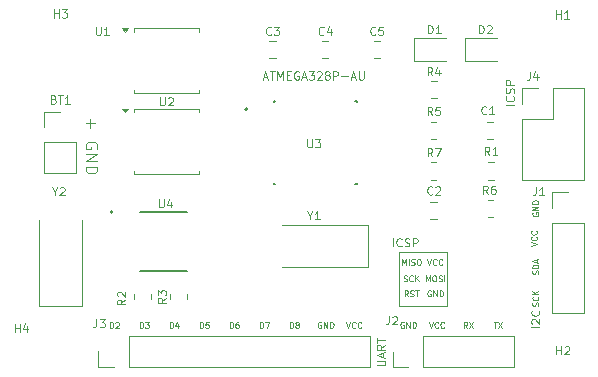
<source format=gto>
%TF.GenerationSoftware,KiCad,Pcbnew,7.0.11*%
%TF.CreationDate,2024-06-17T21:40:26+05:30*%
%TF.ProjectId,Atmega328p_board,41746d65-6761-4333-9238-705f626f6172,1*%
%TF.SameCoordinates,Original*%
%TF.FileFunction,Legend,Top*%
%TF.FilePolarity,Positive*%
%FSLAX46Y46*%
G04 Gerber Fmt 4.6, Leading zero omitted, Abs format (unit mm)*
G04 Created by KiCad (PCBNEW 7.0.11) date 2024-06-17 21:40:26*
%MOMM*%
%LPD*%
G01*
G04 APERTURE LIST*
%ADD10C,0.100000*%
%ADD11C,0.050000*%
%ADD12C,0.120000*%
%ADD13C,0.200000*%
%ADD14C,0.127000*%
G04 APERTURE END LIST*
D10*
X124445333Y-87019484D02*
X124445333Y-87781389D01*
X124064380Y-87400436D02*
X124826285Y-87400436D01*
X125016761Y-89543293D02*
X125064380Y-89448055D01*
X125064380Y-89448055D02*
X125064380Y-89305198D01*
X125064380Y-89305198D02*
X125016761Y-89162341D01*
X125016761Y-89162341D02*
X124921523Y-89067103D01*
X124921523Y-89067103D02*
X124826285Y-89019484D01*
X124826285Y-89019484D02*
X124635809Y-88971865D01*
X124635809Y-88971865D02*
X124492952Y-88971865D01*
X124492952Y-88971865D02*
X124302476Y-89019484D01*
X124302476Y-89019484D02*
X124207238Y-89067103D01*
X124207238Y-89067103D02*
X124112000Y-89162341D01*
X124112000Y-89162341D02*
X124064380Y-89305198D01*
X124064380Y-89305198D02*
X124064380Y-89400436D01*
X124064380Y-89400436D02*
X124112000Y-89543293D01*
X124112000Y-89543293D02*
X124159619Y-89590912D01*
X124159619Y-89590912D02*
X124492952Y-89590912D01*
X124492952Y-89590912D02*
X124492952Y-89400436D01*
X124064380Y-90019484D02*
X125064380Y-90019484D01*
X125064380Y-90019484D02*
X124064380Y-90590912D01*
X124064380Y-90590912D02*
X125064380Y-90590912D01*
X124064380Y-91067103D02*
X125064380Y-91067103D01*
X125064380Y-91067103D02*
X125064380Y-91305198D01*
X125064380Y-91305198D02*
X125016761Y-91448055D01*
X125016761Y-91448055D02*
X124921523Y-91543293D01*
X124921523Y-91543293D02*
X124826285Y-91590912D01*
X124826285Y-91590912D02*
X124635809Y-91638531D01*
X124635809Y-91638531D02*
X124492952Y-91638531D01*
X124492952Y-91638531D02*
X124302476Y-91590912D01*
X124302476Y-91590912D02*
X124207238Y-91543293D01*
X124207238Y-91543293D02*
X124112000Y-91448055D01*
X124112000Y-91448055D02*
X124064380Y-91305198D01*
X124064380Y-91305198D02*
X124064380Y-91067103D01*
X148701433Y-107898266D02*
X149268100Y-107898266D01*
X149268100Y-107898266D02*
X149334766Y-107864933D01*
X149334766Y-107864933D02*
X149368100Y-107831599D01*
X149368100Y-107831599D02*
X149401433Y-107764933D01*
X149401433Y-107764933D02*
X149401433Y-107631599D01*
X149401433Y-107631599D02*
X149368100Y-107564933D01*
X149368100Y-107564933D02*
X149334766Y-107531599D01*
X149334766Y-107531599D02*
X149268100Y-107498266D01*
X149268100Y-107498266D02*
X148701433Y-107498266D01*
X149201433Y-107198266D02*
X149201433Y-106864933D01*
X149401433Y-107264933D02*
X148701433Y-107031600D01*
X148701433Y-107031600D02*
X149401433Y-106798266D01*
X149401433Y-106164933D02*
X149068100Y-106398266D01*
X149401433Y-106564933D02*
X148701433Y-106564933D01*
X148701433Y-106564933D02*
X148701433Y-106298266D01*
X148701433Y-106298266D02*
X148734766Y-106231600D01*
X148734766Y-106231600D02*
X148768100Y-106198266D01*
X148768100Y-106198266D02*
X148834766Y-106164933D01*
X148834766Y-106164933D02*
X148934766Y-106164933D01*
X148934766Y-106164933D02*
X149001433Y-106198266D01*
X149001433Y-106198266D02*
X149034766Y-106231600D01*
X149034766Y-106231600D02*
X149068100Y-106298266D01*
X149068100Y-106298266D02*
X149068100Y-106564933D01*
X148701433Y-105964933D02*
X148701433Y-105564933D01*
X149401433Y-105764933D02*
X148701433Y-105764933D01*
X162482433Y-104670933D02*
X161782433Y-104670933D01*
X161849100Y-104370933D02*
X161815766Y-104337600D01*
X161815766Y-104337600D02*
X161782433Y-104270933D01*
X161782433Y-104270933D02*
X161782433Y-104104267D01*
X161782433Y-104104267D02*
X161815766Y-104037600D01*
X161815766Y-104037600D02*
X161849100Y-104004267D01*
X161849100Y-104004267D02*
X161915766Y-103970933D01*
X161915766Y-103970933D02*
X161982433Y-103970933D01*
X161982433Y-103970933D02*
X162082433Y-104004267D01*
X162082433Y-104004267D02*
X162482433Y-104404267D01*
X162482433Y-104404267D02*
X162482433Y-103970933D01*
X162415766Y-103270933D02*
X162449100Y-103304266D01*
X162449100Y-103304266D02*
X162482433Y-103404266D01*
X162482433Y-103404266D02*
X162482433Y-103470933D01*
X162482433Y-103470933D02*
X162449100Y-103570933D01*
X162449100Y-103570933D02*
X162382433Y-103637600D01*
X162382433Y-103637600D02*
X162315766Y-103670933D01*
X162315766Y-103670933D02*
X162182433Y-103704266D01*
X162182433Y-103704266D02*
X162082433Y-103704266D01*
X162082433Y-103704266D02*
X161949100Y-103670933D01*
X161949100Y-103670933D02*
X161882433Y-103637600D01*
X161882433Y-103637600D02*
X161815766Y-103570933D01*
X161815766Y-103570933D02*
X161782433Y-103470933D01*
X161782433Y-103470933D02*
X161782433Y-103404266D01*
X161782433Y-103404266D02*
X161815766Y-103304266D01*
X161815766Y-103304266D02*
X161849100Y-103270933D01*
X160323433Y-85843933D02*
X159623433Y-85843933D01*
X160256766Y-85110600D02*
X160290100Y-85143933D01*
X160290100Y-85143933D02*
X160323433Y-85243933D01*
X160323433Y-85243933D02*
X160323433Y-85310600D01*
X160323433Y-85310600D02*
X160290100Y-85410600D01*
X160290100Y-85410600D02*
X160223433Y-85477267D01*
X160223433Y-85477267D02*
X160156766Y-85510600D01*
X160156766Y-85510600D02*
X160023433Y-85543933D01*
X160023433Y-85543933D02*
X159923433Y-85543933D01*
X159923433Y-85543933D02*
X159790100Y-85510600D01*
X159790100Y-85510600D02*
X159723433Y-85477267D01*
X159723433Y-85477267D02*
X159656766Y-85410600D01*
X159656766Y-85410600D02*
X159623433Y-85310600D01*
X159623433Y-85310600D02*
X159623433Y-85243933D01*
X159623433Y-85243933D02*
X159656766Y-85143933D01*
X159656766Y-85143933D02*
X159690100Y-85110600D01*
X160290100Y-84843933D02*
X160323433Y-84743933D01*
X160323433Y-84743933D02*
X160323433Y-84577267D01*
X160323433Y-84577267D02*
X160290100Y-84510600D01*
X160290100Y-84510600D02*
X160256766Y-84477267D01*
X160256766Y-84477267D02*
X160190100Y-84443933D01*
X160190100Y-84443933D02*
X160123433Y-84443933D01*
X160123433Y-84443933D02*
X160056766Y-84477267D01*
X160056766Y-84477267D02*
X160023433Y-84510600D01*
X160023433Y-84510600D02*
X159990100Y-84577267D01*
X159990100Y-84577267D02*
X159956766Y-84710600D01*
X159956766Y-84710600D02*
X159923433Y-84777267D01*
X159923433Y-84777267D02*
X159890100Y-84810600D01*
X159890100Y-84810600D02*
X159823433Y-84843933D01*
X159823433Y-84843933D02*
X159756766Y-84843933D01*
X159756766Y-84843933D02*
X159690100Y-84810600D01*
X159690100Y-84810600D02*
X159656766Y-84777267D01*
X159656766Y-84777267D02*
X159623433Y-84710600D01*
X159623433Y-84710600D02*
X159623433Y-84543933D01*
X159623433Y-84543933D02*
X159656766Y-84443933D01*
X160323433Y-84143933D02*
X159623433Y-84143933D01*
X159623433Y-84143933D02*
X159623433Y-83877266D01*
X159623433Y-83877266D02*
X159656766Y-83810600D01*
X159656766Y-83810600D02*
X159690100Y-83777266D01*
X159690100Y-83777266D02*
X159756766Y-83743933D01*
X159756766Y-83743933D02*
X159856766Y-83743933D01*
X159856766Y-83743933D02*
X159923433Y-83777266D01*
X159923433Y-83777266D02*
X159956766Y-83810600D01*
X159956766Y-83810600D02*
X159990100Y-83877266D01*
X159990100Y-83877266D02*
X159990100Y-84143933D01*
X150081466Y-97829233D02*
X150081466Y-97129233D01*
X150814799Y-97762566D02*
X150781466Y-97795900D01*
X150781466Y-97795900D02*
X150681466Y-97829233D01*
X150681466Y-97829233D02*
X150614799Y-97829233D01*
X150614799Y-97829233D02*
X150514799Y-97795900D01*
X150514799Y-97795900D02*
X150448133Y-97729233D01*
X150448133Y-97729233D02*
X150414799Y-97662566D01*
X150414799Y-97662566D02*
X150381466Y-97529233D01*
X150381466Y-97529233D02*
X150381466Y-97429233D01*
X150381466Y-97429233D02*
X150414799Y-97295900D01*
X150414799Y-97295900D02*
X150448133Y-97229233D01*
X150448133Y-97229233D02*
X150514799Y-97162566D01*
X150514799Y-97162566D02*
X150614799Y-97129233D01*
X150614799Y-97129233D02*
X150681466Y-97129233D01*
X150681466Y-97129233D02*
X150781466Y-97162566D01*
X150781466Y-97162566D02*
X150814799Y-97195900D01*
X151081466Y-97795900D02*
X151181466Y-97829233D01*
X151181466Y-97829233D02*
X151348133Y-97829233D01*
X151348133Y-97829233D02*
X151414799Y-97795900D01*
X151414799Y-97795900D02*
X151448133Y-97762566D01*
X151448133Y-97762566D02*
X151481466Y-97695900D01*
X151481466Y-97695900D02*
X151481466Y-97629233D01*
X151481466Y-97629233D02*
X151448133Y-97562566D01*
X151448133Y-97562566D02*
X151414799Y-97529233D01*
X151414799Y-97529233D02*
X151348133Y-97495900D01*
X151348133Y-97495900D02*
X151214799Y-97462566D01*
X151214799Y-97462566D02*
X151148133Y-97429233D01*
X151148133Y-97429233D02*
X151114799Y-97395900D01*
X151114799Y-97395900D02*
X151081466Y-97329233D01*
X151081466Y-97329233D02*
X151081466Y-97262566D01*
X151081466Y-97262566D02*
X151114799Y-97195900D01*
X151114799Y-97195900D02*
X151148133Y-97162566D01*
X151148133Y-97162566D02*
X151214799Y-97129233D01*
X151214799Y-97129233D02*
X151381466Y-97129233D01*
X151381466Y-97129233D02*
X151481466Y-97162566D01*
X151781466Y-97829233D02*
X151781466Y-97129233D01*
X151781466Y-97129233D02*
X152048133Y-97129233D01*
X152048133Y-97129233D02*
X152114800Y-97162566D01*
X152114800Y-97162566D02*
X152148133Y-97195900D01*
X152148133Y-97195900D02*
X152181466Y-97262566D01*
X152181466Y-97262566D02*
X152181466Y-97362566D01*
X152181466Y-97362566D02*
X152148133Y-97429233D01*
X152148133Y-97429233D02*
X152114800Y-97462566D01*
X152114800Y-97462566D02*
X152048133Y-97495900D01*
X152048133Y-97495900D02*
X151781466Y-97495900D01*
D11*
X152869085Y-100787309D02*
X152869085Y-100287309D01*
X152869085Y-100287309D02*
X153035752Y-100644452D01*
X153035752Y-100644452D02*
X153202418Y-100287309D01*
X153202418Y-100287309D02*
X153202418Y-100787309D01*
X153535752Y-100287309D02*
X153630990Y-100287309D01*
X153630990Y-100287309D02*
X153678609Y-100311119D01*
X153678609Y-100311119D02*
X153726228Y-100358738D01*
X153726228Y-100358738D02*
X153750038Y-100453976D01*
X153750038Y-100453976D02*
X153750038Y-100620642D01*
X153750038Y-100620642D02*
X153726228Y-100715880D01*
X153726228Y-100715880D02*
X153678609Y-100763500D01*
X153678609Y-100763500D02*
X153630990Y-100787309D01*
X153630990Y-100787309D02*
X153535752Y-100787309D01*
X153535752Y-100787309D02*
X153488133Y-100763500D01*
X153488133Y-100763500D02*
X153440514Y-100715880D01*
X153440514Y-100715880D02*
X153416705Y-100620642D01*
X153416705Y-100620642D02*
X153416705Y-100453976D01*
X153416705Y-100453976D02*
X153440514Y-100358738D01*
X153440514Y-100358738D02*
X153488133Y-100311119D01*
X153488133Y-100311119D02*
X153535752Y-100287309D01*
X153940515Y-100763500D02*
X154011943Y-100787309D01*
X154011943Y-100787309D02*
X154130991Y-100787309D01*
X154130991Y-100787309D02*
X154178610Y-100763500D01*
X154178610Y-100763500D02*
X154202419Y-100739690D01*
X154202419Y-100739690D02*
X154226229Y-100692071D01*
X154226229Y-100692071D02*
X154226229Y-100644452D01*
X154226229Y-100644452D02*
X154202419Y-100596833D01*
X154202419Y-100596833D02*
X154178610Y-100573023D01*
X154178610Y-100573023D02*
X154130991Y-100549214D01*
X154130991Y-100549214D02*
X154035753Y-100525404D01*
X154035753Y-100525404D02*
X153988134Y-100501595D01*
X153988134Y-100501595D02*
X153964324Y-100477785D01*
X153964324Y-100477785D02*
X153940515Y-100430166D01*
X153940515Y-100430166D02*
X153940515Y-100382547D01*
X153940515Y-100382547D02*
X153964324Y-100334928D01*
X153964324Y-100334928D02*
X153988134Y-100311119D01*
X153988134Y-100311119D02*
X154035753Y-100287309D01*
X154035753Y-100287309D02*
X154154800Y-100287309D01*
X154154800Y-100287309D02*
X154226229Y-100311119D01*
X154440514Y-100787309D02*
X154440514Y-100287309D01*
X150979943Y-100763500D02*
X151051371Y-100787309D01*
X151051371Y-100787309D02*
X151170419Y-100787309D01*
X151170419Y-100787309D02*
X151218038Y-100763500D01*
X151218038Y-100763500D02*
X151241847Y-100739690D01*
X151241847Y-100739690D02*
X151265657Y-100692071D01*
X151265657Y-100692071D02*
X151265657Y-100644452D01*
X151265657Y-100644452D02*
X151241847Y-100596833D01*
X151241847Y-100596833D02*
X151218038Y-100573023D01*
X151218038Y-100573023D02*
X151170419Y-100549214D01*
X151170419Y-100549214D02*
X151075181Y-100525404D01*
X151075181Y-100525404D02*
X151027562Y-100501595D01*
X151027562Y-100501595D02*
X151003752Y-100477785D01*
X151003752Y-100477785D02*
X150979943Y-100430166D01*
X150979943Y-100430166D02*
X150979943Y-100382547D01*
X150979943Y-100382547D02*
X151003752Y-100334928D01*
X151003752Y-100334928D02*
X151027562Y-100311119D01*
X151027562Y-100311119D02*
X151075181Y-100287309D01*
X151075181Y-100287309D02*
X151194228Y-100287309D01*
X151194228Y-100287309D02*
X151265657Y-100311119D01*
X151765656Y-100739690D02*
X151741847Y-100763500D01*
X151741847Y-100763500D02*
X151670418Y-100787309D01*
X151670418Y-100787309D02*
X151622799Y-100787309D01*
X151622799Y-100787309D02*
X151551371Y-100763500D01*
X151551371Y-100763500D02*
X151503752Y-100715880D01*
X151503752Y-100715880D02*
X151479942Y-100668261D01*
X151479942Y-100668261D02*
X151456133Y-100573023D01*
X151456133Y-100573023D02*
X151456133Y-100501595D01*
X151456133Y-100501595D02*
X151479942Y-100406357D01*
X151479942Y-100406357D02*
X151503752Y-100358738D01*
X151503752Y-100358738D02*
X151551371Y-100311119D01*
X151551371Y-100311119D02*
X151622799Y-100287309D01*
X151622799Y-100287309D02*
X151670418Y-100287309D01*
X151670418Y-100287309D02*
X151741847Y-100311119D01*
X151741847Y-100311119D02*
X151765656Y-100334928D01*
X151979942Y-100787309D02*
X151979942Y-100287309D01*
X152265656Y-100787309D02*
X152051371Y-100501595D01*
X152265656Y-100287309D02*
X151979942Y-100573023D01*
D10*
X154670800Y-98272600D02*
X150606800Y-98272600D01*
X154670800Y-102844600D02*
X154670800Y-98272600D01*
X150606800Y-102844600D02*
X154670800Y-102844600D01*
D11*
X153273847Y-101581119D02*
X153226228Y-101557309D01*
X153226228Y-101557309D02*
X153154799Y-101557309D01*
X153154799Y-101557309D02*
X153083371Y-101581119D01*
X153083371Y-101581119D02*
X153035752Y-101628738D01*
X153035752Y-101628738D02*
X153011942Y-101676357D01*
X153011942Y-101676357D02*
X152988133Y-101771595D01*
X152988133Y-101771595D02*
X152988133Y-101843023D01*
X152988133Y-101843023D02*
X153011942Y-101938261D01*
X153011942Y-101938261D02*
X153035752Y-101985880D01*
X153035752Y-101985880D02*
X153083371Y-102033500D01*
X153083371Y-102033500D02*
X153154799Y-102057309D01*
X153154799Y-102057309D02*
X153202418Y-102057309D01*
X153202418Y-102057309D02*
X153273847Y-102033500D01*
X153273847Y-102033500D02*
X153297656Y-102009690D01*
X153297656Y-102009690D02*
X153297656Y-101843023D01*
X153297656Y-101843023D02*
X153202418Y-101843023D01*
X153511942Y-102057309D02*
X153511942Y-101557309D01*
X153511942Y-101557309D02*
X153797656Y-102057309D01*
X153797656Y-102057309D02*
X153797656Y-101557309D01*
X154035752Y-102057309D02*
X154035752Y-101557309D01*
X154035752Y-101557309D02*
X154154800Y-101557309D01*
X154154800Y-101557309D02*
X154226228Y-101581119D01*
X154226228Y-101581119D02*
X154273847Y-101628738D01*
X154273847Y-101628738D02*
X154297657Y-101676357D01*
X154297657Y-101676357D02*
X154321466Y-101771595D01*
X154321466Y-101771595D02*
X154321466Y-101843023D01*
X154321466Y-101843023D02*
X154297657Y-101938261D01*
X154297657Y-101938261D02*
X154273847Y-101985880D01*
X154273847Y-101985880D02*
X154226228Y-102033500D01*
X154226228Y-102033500D02*
X154154800Y-102057309D01*
X154154800Y-102057309D02*
X154035752Y-102057309D01*
X151348990Y-102057309D02*
X151182324Y-101819214D01*
X151063276Y-102057309D02*
X151063276Y-101557309D01*
X151063276Y-101557309D02*
X151253752Y-101557309D01*
X151253752Y-101557309D02*
X151301371Y-101581119D01*
X151301371Y-101581119D02*
X151325181Y-101604928D01*
X151325181Y-101604928D02*
X151348990Y-101652547D01*
X151348990Y-101652547D02*
X151348990Y-101723976D01*
X151348990Y-101723976D02*
X151325181Y-101771595D01*
X151325181Y-101771595D02*
X151301371Y-101795404D01*
X151301371Y-101795404D02*
X151253752Y-101819214D01*
X151253752Y-101819214D02*
X151063276Y-101819214D01*
X151539467Y-102033500D02*
X151610895Y-102057309D01*
X151610895Y-102057309D02*
X151729943Y-102057309D01*
X151729943Y-102057309D02*
X151777562Y-102033500D01*
X151777562Y-102033500D02*
X151801371Y-102009690D01*
X151801371Y-102009690D02*
X151825181Y-101962071D01*
X151825181Y-101962071D02*
X151825181Y-101914452D01*
X151825181Y-101914452D02*
X151801371Y-101866833D01*
X151801371Y-101866833D02*
X151777562Y-101843023D01*
X151777562Y-101843023D02*
X151729943Y-101819214D01*
X151729943Y-101819214D02*
X151634705Y-101795404D01*
X151634705Y-101795404D02*
X151587086Y-101771595D01*
X151587086Y-101771595D02*
X151563276Y-101747785D01*
X151563276Y-101747785D02*
X151539467Y-101700166D01*
X151539467Y-101700166D02*
X151539467Y-101652547D01*
X151539467Y-101652547D02*
X151563276Y-101604928D01*
X151563276Y-101604928D02*
X151587086Y-101581119D01*
X151587086Y-101581119D02*
X151634705Y-101557309D01*
X151634705Y-101557309D02*
X151753752Y-101557309D01*
X151753752Y-101557309D02*
X151825181Y-101581119D01*
X151968038Y-101557309D02*
X152253752Y-101557309D01*
X152110895Y-102057309D02*
X152110895Y-101557309D01*
X152988134Y-98890309D02*
X153154800Y-99390309D01*
X153154800Y-99390309D02*
X153321467Y-98890309D01*
X153773847Y-99342690D02*
X153750038Y-99366500D01*
X153750038Y-99366500D02*
X153678609Y-99390309D01*
X153678609Y-99390309D02*
X153630990Y-99390309D01*
X153630990Y-99390309D02*
X153559562Y-99366500D01*
X153559562Y-99366500D02*
X153511943Y-99318880D01*
X153511943Y-99318880D02*
X153488133Y-99271261D01*
X153488133Y-99271261D02*
X153464324Y-99176023D01*
X153464324Y-99176023D02*
X153464324Y-99104595D01*
X153464324Y-99104595D02*
X153488133Y-99009357D01*
X153488133Y-99009357D02*
X153511943Y-98961738D01*
X153511943Y-98961738D02*
X153559562Y-98914119D01*
X153559562Y-98914119D02*
X153630990Y-98890309D01*
X153630990Y-98890309D02*
X153678609Y-98890309D01*
X153678609Y-98890309D02*
X153750038Y-98914119D01*
X153750038Y-98914119D02*
X153773847Y-98937928D01*
X154273847Y-99342690D02*
X154250038Y-99366500D01*
X154250038Y-99366500D02*
X154178609Y-99390309D01*
X154178609Y-99390309D02*
X154130990Y-99390309D01*
X154130990Y-99390309D02*
X154059562Y-99366500D01*
X154059562Y-99366500D02*
X154011943Y-99318880D01*
X154011943Y-99318880D02*
X153988133Y-99271261D01*
X153988133Y-99271261D02*
X153964324Y-99176023D01*
X153964324Y-99176023D02*
X153964324Y-99104595D01*
X153964324Y-99104595D02*
X153988133Y-99009357D01*
X153988133Y-99009357D02*
X154011943Y-98961738D01*
X154011943Y-98961738D02*
X154059562Y-98914119D01*
X154059562Y-98914119D02*
X154130990Y-98890309D01*
X154130990Y-98890309D02*
X154178609Y-98890309D01*
X154178609Y-98890309D02*
X154250038Y-98914119D01*
X154250038Y-98914119D02*
X154273847Y-98937928D01*
D10*
X150606800Y-98272600D02*
X150606800Y-102844600D01*
D11*
X150837085Y-99390309D02*
X150837085Y-98890309D01*
X150837085Y-98890309D02*
X151003752Y-99247452D01*
X151003752Y-99247452D02*
X151170418Y-98890309D01*
X151170418Y-98890309D02*
X151170418Y-99390309D01*
X151408514Y-99390309D02*
X151408514Y-98890309D01*
X151622800Y-99366500D02*
X151694228Y-99390309D01*
X151694228Y-99390309D02*
X151813276Y-99390309D01*
X151813276Y-99390309D02*
X151860895Y-99366500D01*
X151860895Y-99366500D02*
X151884704Y-99342690D01*
X151884704Y-99342690D02*
X151908514Y-99295071D01*
X151908514Y-99295071D02*
X151908514Y-99247452D01*
X151908514Y-99247452D02*
X151884704Y-99199833D01*
X151884704Y-99199833D02*
X151860895Y-99176023D01*
X151860895Y-99176023D02*
X151813276Y-99152214D01*
X151813276Y-99152214D02*
X151718038Y-99128404D01*
X151718038Y-99128404D02*
X151670419Y-99104595D01*
X151670419Y-99104595D02*
X151646609Y-99080785D01*
X151646609Y-99080785D02*
X151622800Y-99033166D01*
X151622800Y-99033166D02*
X151622800Y-98985547D01*
X151622800Y-98985547D02*
X151646609Y-98937928D01*
X151646609Y-98937928D02*
X151670419Y-98914119D01*
X151670419Y-98914119D02*
X151718038Y-98890309D01*
X151718038Y-98890309D02*
X151837085Y-98890309D01*
X151837085Y-98890309D02*
X151908514Y-98914119D01*
X152218037Y-98890309D02*
X152313275Y-98890309D01*
X152313275Y-98890309D02*
X152360894Y-98914119D01*
X152360894Y-98914119D02*
X152408513Y-98961738D01*
X152408513Y-98961738D02*
X152432323Y-99056976D01*
X152432323Y-99056976D02*
X152432323Y-99223642D01*
X152432323Y-99223642D02*
X152408513Y-99318880D01*
X152408513Y-99318880D02*
X152360894Y-99366500D01*
X152360894Y-99366500D02*
X152313275Y-99390309D01*
X152313275Y-99390309D02*
X152218037Y-99390309D01*
X152218037Y-99390309D02*
X152170418Y-99366500D01*
X152170418Y-99366500D02*
X152122799Y-99318880D01*
X152122799Y-99318880D02*
X152098990Y-99223642D01*
X152098990Y-99223642D02*
X152098990Y-99056976D01*
X152098990Y-99056976D02*
X152122799Y-98961738D01*
X152122799Y-98961738D02*
X152170418Y-98914119D01*
X152170418Y-98914119D02*
X152218037Y-98890309D01*
X126107752Y-104724309D02*
X126107752Y-104224309D01*
X126107752Y-104224309D02*
X126226800Y-104224309D01*
X126226800Y-104224309D02*
X126298228Y-104248119D01*
X126298228Y-104248119D02*
X126345847Y-104295738D01*
X126345847Y-104295738D02*
X126369657Y-104343357D01*
X126369657Y-104343357D02*
X126393466Y-104438595D01*
X126393466Y-104438595D02*
X126393466Y-104510023D01*
X126393466Y-104510023D02*
X126369657Y-104605261D01*
X126369657Y-104605261D02*
X126345847Y-104652880D01*
X126345847Y-104652880D02*
X126298228Y-104700500D01*
X126298228Y-104700500D02*
X126226800Y-104724309D01*
X126226800Y-104724309D02*
X126107752Y-104724309D01*
X126583943Y-104271928D02*
X126607752Y-104248119D01*
X126607752Y-104248119D02*
X126655371Y-104224309D01*
X126655371Y-104224309D02*
X126774419Y-104224309D01*
X126774419Y-104224309D02*
X126822038Y-104248119D01*
X126822038Y-104248119D02*
X126845847Y-104271928D01*
X126845847Y-104271928D02*
X126869657Y-104319547D01*
X126869657Y-104319547D02*
X126869657Y-104367166D01*
X126869657Y-104367166D02*
X126845847Y-104438595D01*
X126845847Y-104438595D02*
X126560133Y-104724309D01*
X126560133Y-104724309D02*
X126869657Y-104724309D01*
X128647752Y-104724309D02*
X128647752Y-104224309D01*
X128647752Y-104224309D02*
X128766800Y-104224309D01*
X128766800Y-104224309D02*
X128838228Y-104248119D01*
X128838228Y-104248119D02*
X128885847Y-104295738D01*
X128885847Y-104295738D02*
X128909657Y-104343357D01*
X128909657Y-104343357D02*
X128933466Y-104438595D01*
X128933466Y-104438595D02*
X128933466Y-104510023D01*
X128933466Y-104510023D02*
X128909657Y-104605261D01*
X128909657Y-104605261D02*
X128885847Y-104652880D01*
X128885847Y-104652880D02*
X128838228Y-104700500D01*
X128838228Y-104700500D02*
X128766800Y-104724309D01*
X128766800Y-104724309D02*
X128647752Y-104724309D01*
X129100133Y-104224309D02*
X129409657Y-104224309D01*
X129409657Y-104224309D02*
X129242990Y-104414785D01*
X129242990Y-104414785D02*
X129314419Y-104414785D01*
X129314419Y-104414785D02*
X129362038Y-104438595D01*
X129362038Y-104438595D02*
X129385847Y-104462404D01*
X129385847Y-104462404D02*
X129409657Y-104510023D01*
X129409657Y-104510023D02*
X129409657Y-104629071D01*
X129409657Y-104629071D02*
X129385847Y-104676690D01*
X129385847Y-104676690D02*
X129362038Y-104700500D01*
X129362038Y-104700500D02*
X129314419Y-104724309D01*
X129314419Y-104724309D02*
X129171562Y-104724309D01*
X129171562Y-104724309D02*
X129123943Y-104700500D01*
X129123943Y-104700500D02*
X129100133Y-104676690D01*
X131187752Y-104724309D02*
X131187752Y-104224309D01*
X131187752Y-104224309D02*
X131306800Y-104224309D01*
X131306800Y-104224309D02*
X131378228Y-104248119D01*
X131378228Y-104248119D02*
X131425847Y-104295738D01*
X131425847Y-104295738D02*
X131449657Y-104343357D01*
X131449657Y-104343357D02*
X131473466Y-104438595D01*
X131473466Y-104438595D02*
X131473466Y-104510023D01*
X131473466Y-104510023D02*
X131449657Y-104605261D01*
X131449657Y-104605261D02*
X131425847Y-104652880D01*
X131425847Y-104652880D02*
X131378228Y-104700500D01*
X131378228Y-104700500D02*
X131306800Y-104724309D01*
X131306800Y-104724309D02*
X131187752Y-104724309D01*
X131902038Y-104390976D02*
X131902038Y-104724309D01*
X131782990Y-104200500D02*
X131663943Y-104557642D01*
X131663943Y-104557642D02*
X131973466Y-104557642D01*
X133727752Y-104724309D02*
X133727752Y-104224309D01*
X133727752Y-104224309D02*
X133846800Y-104224309D01*
X133846800Y-104224309D02*
X133918228Y-104248119D01*
X133918228Y-104248119D02*
X133965847Y-104295738D01*
X133965847Y-104295738D02*
X133989657Y-104343357D01*
X133989657Y-104343357D02*
X134013466Y-104438595D01*
X134013466Y-104438595D02*
X134013466Y-104510023D01*
X134013466Y-104510023D02*
X133989657Y-104605261D01*
X133989657Y-104605261D02*
X133965847Y-104652880D01*
X133965847Y-104652880D02*
X133918228Y-104700500D01*
X133918228Y-104700500D02*
X133846800Y-104724309D01*
X133846800Y-104724309D02*
X133727752Y-104724309D01*
X134465847Y-104224309D02*
X134227752Y-104224309D01*
X134227752Y-104224309D02*
X134203943Y-104462404D01*
X134203943Y-104462404D02*
X134227752Y-104438595D01*
X134227752Y-104438595D02*
X134275371Y-104414785D01*
X134275371Y-104414785D02*
X134394419Y-104414785D01*
X134394419Y-104414785D02*
X134442038Y-104438595D01*
X134442038Y-104438595D02*
X134465847Y-104462404D01*
X134465847Y-104462404D02*
X134489657Y-104510023D01*
X134489657Y-104510023D02*
X134489657Y-104629071D01*
X134489657Y-104629071D02*
X134465847Y-104676690D01*
X134465847Y-104676690D02*
X134442038Y-104700500D01*
X134442038Y-104700500D02*
X134394419Y-104724309D01*
X134394419Y-104724309D02*
X134275371Y-104724309D01*
X134275371Y-104724309D02*
X134227752Y-104700500D01*
X134227752Y-104700500D02*
X134203943Y-104676690D01*
X136267752Y-104724309D02*
X136267752Y-104224309D01*
X136267752Y-104224309D02*
X136386800Y-104224309D01*
X136386800Y-104224309D02*
X136458228Y-104248119D01*
X136458228Y-104248119D02*
X136505847Y-104295738D01*
X136505847Y-104295738D02*
X136529657Y-104343357D01*
X136529657Y-104343357D02*
X136553466Y-104438595D01*
X136553466Y-104438595D02*
X136553466Y-104510023D01*
X136553466Y-104510023D02*
X136529657Y-104605261D01*
X136529657Y-104605261D02*
X136505847Y-104652880D01*
X136505847Y-104652880D02*
X136458228Y-104700500D01*
X136458228Y-104700500D02*
X136386800Y-104724309D01*
X136386800Y-104724309D02*
X136267752Y-104724309D01*
X136982038Y-104224309D02*
X136886800Y-104224309D01*
X136886800Y-104224309D02*
X136839181Y-104248119D01*
X136839181Y-104248119D02*
X136815371Y-104271928D01*
X136815371Y-104271928D02*
X136767752Y-104343357D01*
X136767752Y-104343357D02*
X136743943Y-104438595D01*
X136743943Y-104438595D02*
X136743943Y-104629071D01*
X136743943Y-104629071D02*
X136767752Y-104676690D01*
X136767752Y-104676690D02*
X136791562Y-104700500D01*
X136791562Y-104700500D02*
X136839181Y-104724309D01*
X136839181Y-104724309D02*
X136934419Y-104724309D01*
X136934419Y-104724309D02*
X136982038Y-104700500D01*
X136982038Y-104700500D02*
X137005847Y-104676690D01*
X137005847Y-104676690D02*
X137029657Y-104629071D01*
X137029657Y-104629071D02*
X137029657Y-104510023D01*
X137029657Y-104510023D02*
X137005847Y-104462404D01*
X137005847Y-104462404D02*
X136982038Y-104438595D01*
X136982038Y-104438595D02*
X136934419Y-104414785D01*
X136934419Y-104414785D02*
X136839181Y-104414785D01*
X136839181Y-104414785D02*
X136791562Y-104438595D01*
X136791562Y-104438595D02*
X136767752Y-104462404D01*
X136767752Y-104462404D02*
X136743943Y-104510023D01*
X138807752Y-104724309D02*
X138807752Y-104224309D01*
X138807752Y-104224309D02*
X138926800Y-104224309D01*
X138926800Y-104224309D02*
X138998228Y-104248119D01*
X138998228Y-104248119D02*
X139045847Y-104295738D01*
X139045847Y-104295738D02*
X139069657Y-104343357D01*
X139069657Y-104343357D02*
X139093466Y-104438595D01*
X139093466Y-104438595D02*
X139093466Y-104510023D01*
X139093466Y-104510023D02*
X139069657Y-104605261D01*
X139069657Y-104605261D02*
X139045847Y-104652880D01*
X139045847Y-104652880D02*
X138998228Y-104700500D01*
X138998228Y-104700500D02*
X138926800Y-104724309D01*
X138926800Y-104724309D02*
X138807752Y-104724309D01*
X139260133Y-104224309D02*
X139593466Y-104224309D01*
X139593466Y-104224309D02*
X139379181Y-104724309D01*
X141347752Y-104724309D02*
X141347752Y-104224309D01*
X141347752Y-104224309D02*
X141466800Y-104224309D01*
X141466800Y-104224309D02*
X141538228Y-104248119D01*
X141538228Y-104248119D02*
X141585847Y-104295738D01*
X141585847Y-104295738D02*
X141609657Y-104343357D01*
X141609657Y-104343357D02*
X141633466Y-104438595D01*
X141633466Y-104438595D02*
X141633466Y-104510023D01*
X141633466Y-104510023D02*
X141609657Y-104605261D01*
X141609657Y-104605261D02*
X141585847Y-104652880D01*
X141585847Y-104652880D02*
X141538228Y-104700500D01*
X141538228Y-104700500D02*
X141466800Y-104724309D01*
X141466800Y-104724309D02*
X141347752Y-104724309D01*
X141919181Y-104438595D02*
X141871562Y-104414785D01*
X141871562Y-104414785D02*
X141847752Y-104390976D01*
X141847752Y-104390976D02*
X141823943Y-104343357D01*
X141823943Y-104343357D02*
X141823943Y-104319547D01*
X141823943Y-104319547D02*
X141847752Y-104271928D01*
X141847752Y-104271928D02*
X141871562Y-104248119D01*
X141871562Y-104248119D02*
X141919181Y-104224309D01*
X141919181Y-104224309D02*
X142014419Y-104224309D01*
X142014419Y-104224309D02*
X142062038Y-104248119D01*
X142062038Y-104248119D02*
X142085847Y-104271928D01*
X142085847Y-104271928D02*
X142109657Y-104319547D01*
X142109657Y-104319547D02*
X142109657Y-104343357D01*
X142109657Y-104343357D02*
X142085847Y-104390976D01*
X142085847Y-104390976D02*
X142062038Y-104414785D01*
X142062038Y-104414785D02*
X142014419Y-104438595D01*
X142014419Y-104438595D02*
X141919181Y-104438595D01*
X141919181Y-104438595D02*
X141871562Y-104462404D01*
X141871562Y-104462404D02*
X141847752Y-104486214D01*
X141847752Y-104486214D02*
X141823943Y-104533833D01*
X141823943Y-104533833D02*
X141823943Y-104629071D01*
X141823943Y-104629071D02*
X141847752Y-104676690D01*
X141847752Y-104676690D02*
X141871562Y-104700500D01*
X141871562Y-104700500D02*
X141919181Y-104724309D01*
X141919181Y-104724309D02*
X142014419Y-104724309D01*
X142014419Y-104724309D02*
X142062038Y-104700500D01*
X142062038Y-104700500D02*
X142085847Y-104676690D01*
X142085847Y-104676690D02*
X142109657Y-104629071D01*
X142109657Y-104629071D02*
X142109657Y-104533833D01*
X142109657Y-104533833D02*
X142085847Y-104486214D01*
X142085847Y-104486214D02*
X142062038Y-104462404D01*
X142062038Y-104462404D02*
X142014419Y-104438595D01*
X146130134Y-104224309D02*
X146296800Y-104724309D01*
X146296800Y-104724309D02*
X146463467Y-104224309D01*
X146915847Y-104676690D02*
X146892038Y-104700500D01*
X146892038Y-104700500D02*
X146820609Y-104724309D01*
X146820609Y-104724309D02*
X146772990Y-104724309D01*
X146772990Y-104724309D02*
X146701562Y-104700500D01*
X146701562Y-104700500D02*
X146653943Y-104652880D01*
X146653943Y-104652880D02*
X146630133Y-104605261D01*
X146630133Y-104605261D02*
X146606324Y-104510023D01*
X146606324Y-104510023D02*
X146606324Y-104438595D01*
X146606324Y-104438595D02*
X146630133Y-104343357D01*
X146630133Y-104343357D02*
X146653943Y-104295738D01*
X146653943Y-104295738D02*
X146701562Y-104248119D01*
X146701562Y-104248119D02*
X146772990Y-104224309D01*
X146772990Y-104224309D02*
X146820609Y-104224309D01*
X146820609Y-104224309D02*
X146892038Y-104248119D01*
X146892038Y-104248119D02*
X146915847Y-104271928D01*
X147415847Y-104676690D02*
X147392038Y-104700500D01*
X147392038Y-104700500D02*
X147320609Y-104724309D01*
X147320609Y-104724309D02*
X147272990Y-104724309D01*
X147272990Y-104724309D02*
X147201562Y-104700500D01*
X147201562Y-104700500D02*
X147153943Y-104652880D01*
X147153943Y-104652880D02*
X147130133Y-104605261D01*
X147130133Y-104605261D02*
X147106324Y-104510023D01*
X147106324Y-104510023D02*
X147106324Y-104438595D01*
X147106324Y-104438595D02*
X147130133Y-104343357D01*
X147130133Y-104343357D02*
X147153943Y-104295738D01*
X147153943Y-104295738D02*
X147201562Y-104248119D01*
X147201562Y-104248119D02*
X147272990Y-104224309D01*
X147272990Y-104224309D02*
X147320609Y-104224309D01*
X147320609Y-104224309D02*
X147392038Y-104248119D01*
X147392038Y-104248119D02*
X147415847Y-104271928D01*
X144002847Y-104248119D02*
X143955228Y-104224309D01*
X143955228Y-104224309D02*
X143883799Y-104224309D01*
X143883799Y-104224309D02*
X143812371Y-104248119D01*
X143812371Y-104248119D02*
X143764752Y-104295738D01*
X143764752Y-104295738D02*
X143740942Y-104343357D01*
X143740942Y-104343357D02*
X143717133Y-104438595D01*
X143717133Y-104438595D02*
X143717133Y-104510023D01*
X143717133Y-104510023D02*
X143740942Y-104605261D01*
X143740942Y-104605261D02*
X143764752Y-104652880D01*
X143764752Y-104652880D02*
X143812371Y-104700500D01*
X143812371Y-104700500D02*
X143883799Y-104724309D01*
X143883799Y-104724309D02*
X143931418Y-104724309D01*
X143931418Y-104724309D02*
X144002847Y-104700500D01*
X144002847Y-104700500D02*
X144026656Y-104676690D01*
X144026656Y-104676690D02*
X144026656Y-104510023D01*
X144026656Y-104510023D02*
X143931418Y-104510023D01*
X144240942Y-104724309D02*
X144240942Y-104224309D01*
X144240942Y-104224309D02*
X144526656Y-104724309D01*
X144526656Y-104724309D02*
X144526656Y-104224309D01*
X144764752Y-104724309D02*
X144764752Y-104224309D01*
X144764752Y-104224309D02*
X144883800Y-104224309D01*
X144883800Y-104224309D02*
X144955228Y-104248119D01*
X144955228Y-104248119D02*
X145002847Y-104295738D01*
X145002847Y-104295738D02*
X145026657Y-104343357D01*
X145026657Y-104343357D02*
X145050466Y-104438595D01*
X145050466Y-104438595D02*
X145050466Y-104510023D01*
X145050466Y-104510023D02*
X145026657Y-104605261D01*
X145026657Y-104605261D02*
X145002847Y-104652880D01*
X145002847Y-104652880D02*
X144955228Y-104700500D01*
X144955228Y-104700500D02*
X144883800Y-104724309D01*
X144883800Y-104724309D02*
X144764752Y-104724309D01*
X150987847Y-104248119D02*
X150940228Y-104224309D01*
X150940228Y-104224309D02*
X150868799Y-104224309D01*
X150868799Y-104224309D02*
X150797371Y-104248119D01*
X150797371Y-104248119D02*
X150749752Y-104295738D01*
X150749752Y-104295738D02*
X150725942Y-104343357D01*
X150725942Y-104343357D02*
X150702133Y-104438595D01*
X150702133Y-104438595D02*
X150702133Y-104510023D01*
X150702133Y-104510023D02*
X150725942Y-104605261D01*
X150725942Y-104605261D02*
X150749752Y-104652880D01*
X150749752Y-104652880D02*
X150797371Y-104700500D01*
X150797371Y-104700500D02*
X150868799Y-104724309D01*
X150868799Y-104724309D02*
X150916418Y-104724309D01*
X150916418Y-104724309D02*
X150987847Y-104700500D01*
X150987847Y-104700500D02*
X151011656Y-104676690D01*
X151011656Y-104676690D02*
X151011656Y-104510023D01*
X151011656Y-104510023D02*
X150916418Y-104510023D01*
X151225942Y-104724309D02*
X151225942Y-104224309D01*
X151225942Y-104224309D02*
X151511656Y-104724309D01*
X151511656Y-104724309D02*
X151511656Y-104224309D01*
X151749752Y-104724309D02*
X151749752Y-104224309D01*
X151749752Y-104224309D02*
X151868800Y-104224309D01*
X151868800Y-104224309D02*
X151940228Y-104248119D01*
X151940228Y-104248119D02*
X151987847Y-104295738D01*
X151987847Y-104295738D02*
X152011657Y-104343357D01*
X152011657Y-104343357D02*
X152035466Y-104438595D01*
X152035466Y-104438595D02*
X152035466Y-104510023D01*
X152035466Y-104510023D02*
X152011657Y-104605261D01*
X152011657Y-104605261D02*
X151987847Y-104652880D01*
X151987847Y-104652880D02*
X151940228Y-104700500D01*
X151940228Y-104700500D02*
X151868800Y-104724309D01*
X151868800Y-104724309D02*
X151749752Y-104724309D01*
X158607848Y-104224309D02*
X158893562Y-104224309D01*
X158750705Y-104724309D02*
X158750705Y-104224309D01*
X159012609Y-104224309D02*
X159345942Y-104724309D01*
X159345942Y-104224309D02*
X159012609Y-104724309D01*
X156365466Y-104724309D02*
X156198800Y-104486214D01*
X156079752Y-104724309D02*
X156079752Y-104224309D01*
X156079752Y-104224309D02*
X156270228Y-104224309D01*
X156270228Y-104224309D02*
X156317847Y-104248119D01*
X156317847Y-104248119D02*
X156341657Y-104271928D01*
X156341657Y-104271928D02*
X156365466Y-104319547D01*
X156365466Y-104319547D02*
X156365466Y-104390976D01*
X156365466Y-104390976D02*
X156341657Y-104438595D01*
X156341657Y-104438595D02*
X156317847Y-104462404D01*
X156317847Y-104462404D02*
X156270228Y-104486214D01*
X156270228Y-104486214D02*
X156079752Y-104486214D01*
X156532133Y-104224309D02*
X156865466Y-104724309D01*
X156865466Y-104224309D02*
X156532133Y-104724309D01*
X153115134Y-104224309D02*
X153281800Y-104724309D01*
X153281800Y-104724309D02*
X153448467Y-104224309D01*
X153900847Y-104676690D02*
X153877038Y-104700500D01*
X153877038Y-104700500D02*
X153805609Y-104724309D01*
X153805609Y-104724309D02*
X153757990Y-104724309D01*
X153757990Y-104724309D02*
X153686562Y-104700500D01*
X153686562Y-104700500D02*
X153638943Y-104652880D01*
X153638943Y-104652880D02*
X153615133Y-104605261D01*
X153615133Y-104605261D02*
X153591324Y-104510023D01*
X153591324Y-104510023D02*
X153591324Y-104438595D01*
X153591324Y-104438595D02*
X153615133Y-104343357D01*
X153615133Y-104343357D02*
X153638943Y-104295738D01*
X153638943Y-104295738D02*
X153686562Y-104248119D01*
X153686562Y-104248119D02*
X153757990Y-104224309D01*
X153757990Y-104224309D02*
X153805609Y-104224309D01*
X153805609Y-104224309D02*
X153877038Y-104248119D01*
X153877038Y-104248119D02*
X153900847Y-104271928D01*
X154400847Y-104676690D02*
X154377038Y-104700500D01*
X154377038Y-104700500D02*
X154305609Y-104724309D01*
X154305609Y-104724309D02*
X154257990Y-104724309D01*
X154257990Y-104724309D02*
X154186562Y-104700500D01*
X154186562Y-104700500D02*
X154138943Y-104652880D01*
X154138943Y-104652880D02*
X154115133Y-104605261D01*
X154115133Y-104605261D02*
X154091324Y-104510023D01*
X154091324Y-104510023D02*
X154091324Y-104438595D01*
X154091324Y-104438595D02*
X154115133Y-104343357D01*
X154115133Y-104343357D02*
X154138943Y-104295738D01*
X154138943Y-104295738D02*
X154186562Y-104248119D01*
X154186562Y-104248119D02*
X154257990Y-104224309D01*
X154257990Y-104224309D02*
X154305609Y-104224309D01*
X154305609Y-104224309D02*
X154377038Y-104248119D01*
X154377038Y-104248119D02*
X154400847Y-104271928D01*
X162368700Y-102852456D02*
X162392509Y-102781028D01*
X162392509Y-102781028D02*
X162392509Y-102661980D01*
X162392509Y-102661980D02*
X162368700Y-102614361D01*
X162368700Y-102614361D02*
X162344890Y-102590552D01*
X162344890Y-102590552D02*
X162297271Y-102566742D01*
X162297271Y-102566742D02*
X162249652Y-102566742D01*
X162249652Y-102566742D02*
X162202033Y-102590552D01*
X162202033Y-102590552D02*
X162178223Y-102614361D01*
X162178223Y-102614361D02*
X162154414Y-102661980D01*
X162154414Y-102661980D02*
X162130604Y-102757218D01*
X162130604Y-102757218D02*
X162106795Y-102804837D01*
X162106795Y-102804837D02*
X162082985Y-102828647D01*
X162082985Y-102828647D02*
X162035366Y-102852456D01*
X162035366Y-102852456D02*
X161987747Y-102852456D01*
X161987747Y-102852456D02*
X161940128Y-102828647D01*
X161940128Y-102828647D02*
X161916319Y-102804837D01*
X161916319Y-102804837D02*
X161892509Y-102757218D01*
X161892509Y-102757218D02*
X161892509Y-102638171D01*
X161892509Y-102638171D02*
X161916319Y-102566742D01*
X162344890Y-102066743D02*
X162368700Y-102090552D01*
X162368700Y-102090552D02*
X162392509Y-102161981D01*
X162392509Y-102161981D02*
X162392509Y-102209600D01*
X162392509Y-102209600D02*
X162368700Y-102281028D01*
X162368700Y-102281028D02*
X162321080Y-102328647D01*
X162321080Y-102328647D02*
X162273461Y-102352457D01*
X162273461Y-102352457D02*
X162178223Y-102376266D01*
X162178223Y-102376266D02*
X162106795Y-102376266D01*
X162106795Y-102376266D02*
X162011557Y-102352457D01*
X162011557Y-102352457D02*
X161963938Y-102328647D01*
X161963938Y-102328647D02*
X161916319Y-102281028D01*
X161916319Y-102281028D02*
X161892509Y-102209600D01*
X161892509Y-102209600D02*
X161892509Y-102161981D01*
X161892509Y-102161981D02*
X161916319Y-102090552D01*
X161916319Y-102090552D02*
X161940128Y-102066743D01*
X162392509Y-101852457D02*
X161892509Y-101852457D01*
X162392509Y-101566743D02*
X162106795Y-101781028D01*
X161892509Y-101566743D02*
X162178223Y-101852457D01*
X162368700Y-100149741D02*
X162392509Y-100078313D01*
X162392509Y-100078313D02*
X162392509Y-99959265D01*
X162392509Y-99959265D02*
X162368700Y-99911646D01*
X162368700Y-99911646D02*
X162344890Y-99887837D01*
X162344890Y-99887837D02*
X162297271Y-99864027D01*
X162297271Y-99864027D02*
X162249652Y-99864027D01*
X162249652Y-99864027D02*
X162202033Y-99887837D01*
X162202033Y-99887837D02*
X162178223Y-99911646D01*
X162178223Y-99911646D02*
X162154414Y-99959265D01*
X162154414Y-99959265D02*
X162130604Y-100054503D01*
X162130604Y-100054503D02*
X162106795Y-100102122D01*
X162106795Y-100102122D02*
X162082985Y-100125932D01*
X162082985Y-100125932D02*
X162035366Y-100149741D01*
X162035366Y-100149741D02*
X161987747Y-100149741D01*
X161987747Y-100149741D02*
X161940128Y-100125932D01*
X161940128Y-100125932D02*
X161916319Y-100102122D01*
X161916319Y-100102122D02*
X161892509Y-100054503D01*
X161892509Y-100054503D02*
X161892509Y-99935456D01*
X161892509Y-99935456D02*
X161916319Y-99864027D01*
X162392509Y-99649742D02*
X161892509Y-99649742D01*
X161892509Y-99649742D02*
X161892509Y-99530694D01*
X161892509Y-99530694D02*
X161916319Y-99459266D01*
X161916319Y-99459266D02*
X161963938Y-99411647D01*
X161963938Y-99411647D02*
X162011557Y-99387837D01*
X162011557Y-99387837D02*
X162106795Y-99364028D01*
X162106795Y-99364028D02*
X162178223Y-99364028D01*
X162178223Y-99364028D02*
X162273461Y-99387837D01*
X162273461Y-99387837D02*
X162321080Y-99411647D01*
X162321080Y-99411647D02*
X162368700Y-99459266D01*
X162368700Y-99459266D02*
X162392509Y-99530694D01*
X162392509Y-99530694D02*
X162392509Y-99649742D01*
X162249652Y-99173551D02*
X162249652Y-98935456D01*
X162392509Y-99221170D02*
X161892509Y-99054504D01*
X161892509Y-99054504D02*
X162392509Y-98887837D01*
X161765509Y-97796265D02*
X162265509Y-97629599D01*
X162265509Y-97629599D02*
X161765509Y-97462932D01*
X162217890Y-97010552D02*
X162241700Y-97034361D01*
X162241700Y-97034361D02*
X162265509Y-97105790D01*
X162265509Y-97105790D02*
X162265509Y-97153409D01*
X162265509Y-97153409D02*
X162241700Y-97224837D01*
X162241700Y-97224837D02*
X162194080Y-97272456D01*
X162194080Y-97272456D02*
X162146461Y-97296266D01*
X162146461Y-97296266D02*
X162051223Y-97320075D01*
X162051223Y-97320075D02*
X161979795Y-97320075D01*
X161979795Y-97320075D02*
X161884557Y-97296266D01*
X161884557Y-97296266D02*
X161836938Y-97272456D01*
X161836938Y-97272456D02*
X161789319Y-97224837D01*
X161789319Y-97224837D02*
X161765509Y-97153409D01*
X161765509Y-97153409D02*
X161765509Y-97105790D01*
X161765509Y-97105790D02*
X161789319Y-97034361D01*
X161789319Y-97034361D02*
X161813128Y-97010552D01*
X162217890Y-96510552D02*
X162241700Y-96534361D01*
X162241700Y-96534361D02*
X162265509Y-96605790D01*
X162265509Y-96605790D02*
X162265509Y-96653409D01*
X162265509Y-96653409D02*
X162241700Y-96724837D01*
X162241700Y-96724837D02*
X162194080Y-96772456D01*
X162194080Y-96772456D02*
X162146461Y-96796266D01*
X162146461Y-96796266D02*
X162051223Y-96820075D01*
X162051223Y-96820075D02*
X161979795Y-96820075D01*
X161979795Y-96820075D02*
X161884557Y-96796266D01*
X161884557Y-96796266D02*
X161836938Y-96772456D01*
X161836938Y-96772456D02*
X161789319Y-96724837D01*
X161789319Y-96724837D02*
X161765509Y-96653409D01*
X161765509Y-96653409D02*
X161765509Y-96605790D01*
X161765509Y-96605790D02*
X161789319Y-96534361D01*
X161789319Y-96534361D02*
X161813128Y-96510552D01*
X161916319Y-94970552D02*
X161892509Y-95018171D01*
X161892509Y-95018171D02*
X161892509Y-95089600D01*
X161892509Y-95089600D02*
X161916319Y-95161028D01*
X161916319Y-95161028D02*
X161963938Y-95208647D01*
X161963938Y-95208647D02*
X162011557Y-95232457D01*
X162011557Y-95232457D02*
X162106795Y-95256266D01*
X162106795Y-95256266D02*
X162178223Y-95256266D01*
X162178223Y-95256266D02*
X162273461Y-95232457D01*
X162273461Y-95232457D02*
X162321080Y-95208647D01*
X162321080Y-95208647D02*
X162368700Y-95161028D01*
X162368700Y-95161028D02*
X162392509Y-95089600D01*
X162392509Y-95089600D02*
X162392509Y-95041981D01*
X162392509Y-95041981D02*
X162368700Y-94970552D01*
X162368700Y-94970552D02*
X162344890Y-94946743D01*
X162344890Y-94946743D02*
X162178223Y-94946743D01*
X162178223Y-94946743D02*
X162178223Y-95041981D01*
X162392509Y-94732457D02*
X161892509Y-94732457D01*
X161892509Y-94732457D02*
X162392509Y-94446743D01*
X162392509Y-94446743D02*
X161892509Y-94446743D01*
X162392509Y-94208647D02*
X161892509Y-94208647D01*
X161892509Y-94208647D02*
X161892509Y-94089599D01*
X161892509Y-94089599D02*
X161916319Y-94018171D01*
X161916319Y-94018171D02*
X161963938Y-93970552D01*
X161963938Y-93970552D02*
X162011557Y-93946742D01*
X162011557Y-93946742D02*
X162106795Y-93922933D01*
X162106795Y-93922933D02*
X162178223Y-93922933D01*
X162178223Y-93922933D02*
X162273461Y-93946742D01*
X162273461Y-93946742D02*
X162321080Y-93970552D01*
X162321080Y-93970552D02*
X162368700Y-94018171D01*
X162368700Y-94018171D02*
X162392509Y-94089599D01*
X162392509Y-94089599D02*
X162392509Y-94208647D01*
D10*
X139121922Y-83503733D02*
X139455255Y-83503733D01*
X139055255Y-83703733D02*
X139288589Y-83003733D01*
X139288589Y-83003733D02*
X139521922Y-83703733D01*
X139655255Y-83003733D02*
X140055255Y-83003733D01*
X139855255Y-83703733D02*
X139855255Y-83003733D01*
X140288588Y-83703733D02*
X140288588Y-83003733D01*
X140288588Y-83003733D02*
X140521922Y-83503733D01*
X140521922Y-83503733D02*
X140755255Y-83003733D01*
X140755255Y-83003733D02*
X140755255Y-83703733D01*
X141088588Y-83337066D02*
X141321922Y-83337066D01*
X141421922Y-83703733D02*
X141088588Y-83703733D01*
X141088588Y-83703733D02*
X141088588Y-83003733D01*
X141088588Y-83003733D02*
X141421922Y-83003733D01*
X142088588Y-83037066D02*
X142021921Y-83003733D01*
X142021921Y-83003733D02*
X141921921Y-83003733D01*
X141921921Y-83003733D02*
X141821921Y-83037066D01*
X141821921Y-83037066D02*
X141755255Y-83103733D01*
X141755255Y-83103733D02*
X141721921Y-83170400D01*
X141721921Y-83170400D02*
X141688588Y-83303733D01*
X141688588Y-83303733D02*
X141688588Y-83403733D01*
X141688588Y-83403733D02*
X141721921Y-83537066D01*
X141721921Y-83537066D02*
X141755255Y-83603733D01*
X141755255Y-83603733D02*
X141821921Y-83670400D01*
X141821921Y-83670400D02*
X141921921Y-83703733D01*
X141921921Y-83703733D02*
X141988588Y-83703733D01*
X141988588Y-83703733D02*
X142088588Y-83670400D01*
X142088588Y-83670400D02*
X142121921Y-83637066D01*
X142121921Y-83637066D02*
X142121921Y-83403733D01*
X142121921Y-83403733D02*
X141988588Y-83403733D01*
X142388588Y-83503733D02*
X142721921Y-83503733D01*
X142321921Y-83703733D02*
X142555255Y-83003733D01*
X142555255Y-83003733D02*
X142788588Y-83703733D01*
X142955255Y-83003733D02*
X143388588Y-83003733D01*
X143388588Y-83003733D02*
X143155255Y-83270400D01*
X143155255Y-83270400D02*
X143255255Y-83270400D01*
X143255255Y-83270400D02*
X143321921Y-83303733D01*
X143321921Y-83303733D02*
X143355255Y-83337066D01*
X143355255Y-83337066D02*
X143388588Y-83403733D01*
X143388588Y-83403733D02*
X143388588Y-83570400D01*
X143388588Y-83570400D02*
X143355255Y-83637066D01*
X143355255Y-83637066D02*
X143321921Y-83670400D01*
X143321921Y-83670400D02*
X143255255Y-83703733D01*
X143255255Y-83703733D02*
X143055255Y-83703733D01*
X143055255Y-83703733D02*
X142988588Y-83670400D01*
X142988588Y-83670400D02*
X142955255Y-83637066D01*
X143655255Y-83070400D02*
X143688588Y-83037066D01*
X143688588Y-83037066D02*
X143755255Y-83003733D01*
X143755255Y-83003733D02*
X143921922Y-83003733D01*
X143921922Y-83003733D02*
X143988588Y-83037066D01*
X143988588Y-83037066D02*
X144021922Y-83070400D01*
X144021922Y-83070400D02*
X144055255Y-83137066D01*
X144055255Y-83137066D02*
X144055255Y-83203733D01*
X144055255Y-83203733D02*
X144021922Y-83303733D01*
X144021922Y-83303733D02*
X143621922Y-83703733D01*
X143621922Y-83703733D02*
X144055255Y-83703733D01*
X144455255Y-83303733D02*
X144388589Y-83270400D01*
X144388589Y-83270400D02*
X144355255Y-83237066D01*
X144355255Y-83237066D02*
X144321922Y-83170400D01*
X144321922Y-83170400D02*
X144321922Y-83137066D01*
X144321922Y-83137066D02*
X144355255Y-83070400D01*
X144355255Y-83070400D02*
X144388589Y-83037066D01*
X144388589Y-83037066D02*
X144455255Y-83003733D01*
X144455255Y-83003733D02*
X144588589Y-83003733D01*
X144588589Y-83003733D02*
X144655255Y-83037066D01*
X144655255Y-83037066D02*
X144688589Y-83070400D01*
X144688589Y-83070400D02*
X144721922Y-83137066D01*
X144721922Y-83137066D02*
X144721922Y-83170400D01*
X144721922Y-83170400D02*
X144688589Y-83237066D01*
X144688589Y-83237066D02*
X144655255Y-83270400D01*
X144655255Y-83270400D02*
X144588589Y-83303733D01*
X144588589Y-83303733D02*
X144455255Y-83303733D01*
X144455255Y-83303733D02*
X144388589Y-83337066D01*
X144388589Y-83337066D02*
X144355255Y-83370400D01*
X144355255Y-83370400D02*
X144321922Y-83437066D01*
X144321922Y-83437066D02*
X144321922Y-83570400D01*
X144321922Y-83570400D02*
X144355255Y-83637066D01*
X144355255Y-83637066D02*
X144388589Y-83670400D01*
X144388589Y-83670400D02*
X144455255Y-83703733D01*
X144455255Y-83703733D02*
X144588589Y-83703733D01*
X144588589Y-83703733D02*
X144655255Y-83670400D01*
X144655255Y-83670400D02*
X144688589Y-83637066D01*
X144688589Y-83637066D02*
X144721922Y-83570400D01*
X144721922Y-83570400D02*
X144721922Y-83437066D01*
X144721922Y-83437066D02*
X144688589Y-83370400D01*
X144688589Y-83370400D02*
X144655255Y-83337066D01*
X144655255Y-83337066D02*
X144588589Y-83303733D01*
X145021922Y-83703733D02*
X145021922Y-83003733D01*
X145021922Y-83003733D02*
X145288589Y-83003733D01*
X145288589Y-83003733D02*
X145355256Y-83037066D01*
X145355256Y-83037066D02*
X145388589Y-83070400D01*
X145388589Y-83070400D02*
X145421922Y-83137066D01*
X145421922Y-83137066D02*
X145421922Y-83237066D01*
X145421922Y-83237066D02*
X145388589Y-83303733D01*
X145388589Y-83303733D02*
X145355256Y-83337066D01*
X145355256Y-83337066D02*
X145288589Y-83370400D01*
X145288589Y-83370400D02*
X145021922Y-83370400D01*
X145721922Y-83437066D02*
X146255256Y-83437066D01*
X146555256Y-83503733D02*
X146888589Y-83503733D01*
X146488589Y-83703733D02*
X146721923Y-83003733D01*
X146721923Y-83003733D02*
X146955256Y-83703733D01*
X147188589Y-83003733D02*
X147188589Y-83570400D01*
X147188589Y-83570400D02*
X147221923Y-83637066D01*
X147221923Y-83637066D02*
X147255256Y-83670400D01*
X147255256Y-83670400D02*
X147321923Y-83703733D01*
X147321923Y-83703733D02*
X147455256Y-83703733D01*
X147455256Y-83703733D02*
X147521923Y-83670400D01*
X147521923Y-83670400D02*
X147555256Y-83637066D01*
X147555256Y-83637066D02*
X147588589Y-83570400D01*
X147588589Y-83570400D02*
X147588589Y-83003733D01*
X153411133Y-83351233D02*
X153177800Y-83017900D01*
X153011133Y-83351233D02*
X153011133Y-82651233D01*
X153011133Y-82651233D02*
X153277800Y-82651233D01*
X153277800Y-82651233D02*
X153344467Y-82684566D01*
X153344467Y-82684566D02*
X153377800Y-82717900D01*
X153377800Y-82717900D02*
X153411133Y-82784566D01*
X153411133Y-82784566D02*
X153411133Y-82884566D01*
X153411133Y-82884566D02*
X153377800Y-82951233D01*
X153377800Y-82951233D02*
X153344467Y-82984566D01*
X153344467Y-82984566D02*
X153277800Y-83017900D01*
X153277800Y-83017900D02*
X153011133Y-83017900D01*
X154011133Y-82884566D02*
X154011133Y-83351233D01*
X153844467Y-82617900D02*
X153677800Y-83117900D01*
X153677800Y-83117900D02*
X154111133Y-83117900D01*
X121444467Y-93177900D02*
X121444467Y-93511233D01*
X121211133Y-92811233D02*
X121444467Y-93177900D01*
X121444467Y-93177900D02*
X121677800Y-92811233D01*
X121877800Y-92877900D02*
X121911133Y-92844566D01*
X121911133Y-92844566D02*
X121977800Y-92811233D01*
X121977800Y-92811233D02*
X122144467Y-92811233D01*
X122144467Y-92811233D02*
X122211133Y-92844566D01*
X122211133Y-92844566D02*
X122244467Y-92877900D01*
X122244467Y-92877900D02*
X122277800Y-92944566D01*
X122277800Y-92944566D02*
X122277800Y-93011233D01*
X122277800Y-93011233D02*
X122244467Y-93111233D01*
X122244467Y-93111233D02*
X121844467Y-93511233D01*
X121844467Y-93511233D02*
X122277800Y-93511233D01*
X143034467Y-95209900D02*
X143034467Y-95543233D01*
X142801133Y-94843233D02*
X143034467Y-95209900D01*
X143034467Y-95209900D02*
X143267800Y-94843233D01*
X143867800Y-95543233D02*
X143467800Y-95543233D01*
X143667800Y-95543233D02*
X143667800Y-94843233D01*
X143667800Y-94843233D02*
X143601133Y-94943233D01*
X143601133Y-94943233D02*
X143534467Y-95009900D01*
X143534467Y-95009900D02*
X143467800Y-95043233D01*
X130261466Y-93827233D02*
X130261466Y-94393900D01*
X130261466Y-94393900D02*
X130294800Y-94460566D01*
X130294800Y-94460566D02*
X130328133Y-94493900D01*
X130328133Y-94493900D02*
X130394800Y-94527233D01*
X130394800Y-94527233D02*
X130528133Y-94527233D01*
X130528133Y-94527233D02*
X130594800Y-94493900D01*
X130594800Y-94493900D02*
X130628133Y-94460566D01*
X130628133Y-94460566D02*
X130661466Y-94393900D01*
X130661466Y-94393900D02*
X130661466Y-93827233D01*
X131294799Y-94060566D02*
X131294799Y-94527233D01*
X131128133Y-93793900D02*
X130961466Y-94293900D01*
X130961466Y-94293900D02*
X131394799Y-94293900D01*
X142834466Y-88747233D02*
X142834466Y-89313900D01*
X142834466Y-89313900D02*
X142867800Y-89380566D01*
X142867800Y-89380566D02*
X142901133Y-89413900D01*
X142901133Y-89413900D02*
X142967800Y-89447233D01*
X142967800Y-89447233D02*
X143101133Y-89447233D01*
X143101133Y-89447233D02*
X143167800Y-89413900D01*
X143167800Y-89413900D02*
X143201133Y-89380566D01*
X143201133Y-89380566D02*
X143234466Y-89313900D01*
X143234466Y-89313900D02*
X143234466Y-88747233D01*
X143501133Y-88747233D02*
X143934466Y-88747233D01*
X143934466Y-88747233D02*
X143701133Y-89013900D01*
X143701133Y-89013900D02*
X143801133Y-89013900D01*
X143801133Y-89013900D02*
X143867799Y-89047233D01*
X143867799Y-89047233D02*
X143901133Y-89080566D01*
X143901133Y-89080566D02*
X143934466Y-89147233D01*
X143934466Y-89147233D02*
X143934466Y-89313900D01*
X143934466Y-89313900D02*
X143901133Y-89380566D01*
X143901133Y-89380566D02*
X143867799Y-89413900D01*
X143867799Y-89413900D02*
X143801133Y-89447233D01*
X143801133Y-89447233D02*
X143601133Y-89447233D01*
X143601133Y-89447233D02*
X143534466Y-89413900D01*
X143534466Y-89413900D02*
X143501133Y-89380566D01*
X130359666Y-85191233D02*
X130359666Y-85757900D01*
X130359666Y-85757900D02*
X130393000Y-85824566D01*
X130393000Y-85824566D02*
X130426333Y-85857900D01*
X130426333Y-85857900D02*
X130493000Y-85891233D01*
X130493000Y-85891233D02*
X130626333Y-85891233D01*
X130626333Y-85891233D02*
X130693000Y-85857900D01*
X130693000Y-85857900D02*
X130726333Y-85824566D01*
X130726333Y-85824566D02*
X130759666Y-85757900D01*
X130759666Y-85757900D02*
X130759666Y-85191233D01*
X131059666Y-85257900D02*
X131092999Y-85224566D01*
X131092999Y-85224566D02*
X131159666Y-85191233D01*
X131159666Y-85191233D02*
X131326333Y-85191233D01*
X131326333Y-85191233D02*
X131392999Y-85224566D01*
X131392999Y-85224566D02*
X131426333Y-85257900D01*
X131426333Y-85257900D02*
X131459666Y-85324566D01*
X131459666Y-85324566D02*
X131459666Y-85391233D01*
X131459666Y-85391233D02*
X131426333Y-85491233D01*
X131426333Y-85491233D02*
X131026333Y-85891233D01*
X131026333Y-85891233D02*
X131459666Y-85891233D01*
X124927466Y-79222233D02*
X124927466Y-79788900D01*
X124927466Y-79788900D02*
X124960800Y-79855566D01*
X124960800Y-79855566D02*
X124994133Y-79888900D01*
X124994133Y-79888900D02*
X125060800Y-79922233D01*
X125060800Y-79922233D02*
X125194133Y-79922233D01*
X125194133Y-79922233D02*
X125260800Y-79888900D01*
X125260800Y-79888900D02*
X125294133Y-79855566D01*
X125294133Y-79855566D02*
X125327466Y-79788900D01*
X125327466Y-79788900D02*
X125327466Y-79222233D01*
X126027466Y-79922233D02*
X125627466Y-79922233D01*
X125827466Y-79922233D02*
X125827466Y-79222233D01*
X125827466Y-79222233D02*
X125760799Y-79322233D01*
X125760799Y-79322233D02*
X125694133Y-79388900D01*
X125694133Y-79388900D02*
X125627466Y-79422233D01*
X153411133Y-90209233D02*
X153177800Y-89875900D01*
X153011133Y-90209233D02*
X153011133Y-89509233D01*
X153011133Y-89509233D02*
X153277800Y-89509233D01*
X153277800Y-89509233D02*
X153344467Y-89542566D01*
X153344467Y-89542566D02*
X153377800Y-89575900D01*
X153377800Y-89575900D02*
X153411133Y-89642566D01*
X153411133Y-89642566D02*
X153411133Y-89742566D01*
X153411133Y-89742566D02*
X153377800Y-89809233D01*
X153377800Y-89809233D02*
X153344467Y-89842566D01*
X153344467Y-89842566D02*
X153277800Y-89875900D01*
X153277800Y-89875900D02*
X153011133Y-89875900D01*
X153644467Y-89509233D02*
X154111133Y-89509233D01*
X154111133Y-89509233D02*
X153811133Y-90209233D01*
X158110133Y-93384233D02*
X157876800Y-93050900D01*
X157710133Y-93384233D02*
X157710133Y-92684233D01*
X157710133Y-92684233D02*
X157976800Y-92684233D01*
X157976800Y-92684233D02*
X158043467Y-92717566D01*
X158043467Y-92717566D02*
X158076800Y-92750900D01*
X158076800Y-92750900D02*
X158110133Y-92817566D01*
X158110133Y-92817566D02*
X158110133Y-92917566D01*
X158110133Y-92917566D02*
X158076800Y-92984233D01*
X158076800Y-92984233D02*
X158043467Y-93017566D01*
X158043467Y-93017566D02*
X157976800Y-93050900D01*
X157976800Y-93050900D02*
X157710133Y-93050900D01*
X158710133Y-92684233D02*
X158576800Y-92684233D01*
X158576800Y-92684233D02*
X158510133Y-92717566D01*
X158510133Y-92717566D02*
X158476800Y-92750900D01*
X158476800Y-92750900D02*
X158410133Y-92850900D01*
X158410133Y-92850900D02*
X158376800Y-92984233D01*
X158376800Y-92984233D02*
X158376800Y-93250900D01*
X158376800Y-93250900D02*
X158410133Y-93317566D01*
X158410133Y-93317566D02*
X158443467Y-93350900D01*
X158443467Y-93350900D02*
X158510133Y-93384233D01*
X158510133Y-93384233D02*
X158643467Y-93384233D01*
X158643467Y-93384233D02*
X158710133Y-93350900D01*
X158710133Y-93350900D02*
X158743467Y-93317566D01*
X158743467Y-93317566D02*
X158776800Y-93250900D01*
X158776800Y-93250900D02*
X158776800Y-93084233D01*
X158776800Y-93084233D02*
X158743467Y-93017566D01*
X158743467Y-93017566D02*
X158710133Y-92984233D01*
X158710133Y-92984233D02*
X158643467Y-92950900D01*
X158643467Y-92950900D02*
X158510133Y-92950900D01*
X158510133Y-92950900D02*
X158443467Y-92984233D01*
X158443467Y-92984233D02*
X158410133Y-93017566D01*
X158410133Y-93017566D02*
X158376800Y-93084233D01*
X153411133Y-86705033D02*
X153177800Y-86371700D01*
X153011133Y-86705033D02*
X153011133Y-86005033D01*
X153011133Y-86005033D02*
X153277800Y-86005033D01*
X153277800Y-86005033D02*
X153344467Y-86038366D01*
X153344467Y-86038366D02*
X153377800Y-86071700D01*
X153377800Y-86071700D02*
X153411133Y-86138366D01*
X153411133Y-86138366D02*
X153411133Y-86238366D01*
X153411133Y-86238366D02*
X153377800Y-86305033D01*
X153377800Y-86305033D02*
X153344467Y-86338366D01*
X153344467Y-86338366D02*
X153277800Y-86371700D01*
X153277800Y-86371700D02*
X153011133Y-86371700D01*
X154044467Y-86005033D02*
X153711133Y-86005033D01*
X153711133Y-86005033D02*
X153677800Y-86338366D01*
X153677800Y-86338366D02*
X153711133Y-86305033D01*
X153711133Y-86305033D02*
X153777800Y-86271700D01*
X153777800Y-86271700D02*
X153944467Y-86271700D01*
X153944467Y-86271700D02*
X154011133Y-86305033D01*
X154011133Y-86305033D02*
X154044467Y-86338366D01*
X154044467Y-86338366D02*
X154077800Y-86405033D01*
X154077800Y-86405033D02*
X154077800Y-86571700D01*
X154077800Y-86571700D02*
X154044467Y-86638366D01*
X154044467Y-86638366D02*
X154011133Y-86671700D01*
X154011133Y-86671700D02*
X153944467Y-86705033D01*
X153944467Y-86705033D02*
X153777800Y-86705033D01*
X153777800Y-86705033D02*
X153711133Y-86671700D01*
X153711133Y-86671700D02*
X153677800Y-86638366D01*
X130859433Y-102199266D02*
X130526100Y-102432599D01*
X130859433Y-102599266D02*
X130159433Y-102599266D01*
X130159433Y-102599266D02*
X130159433Y-102332599D01*
X130159433Y-102332599D02*
X130192766Y-102265933D01*
X130192766Y-102265933D02*
X130226100Y-102232599D01*
X130226100Y-102232599D02*
X130292766Y-102199266D01*
X130292766Y-102199266D02*
X130392766Y-102199266D01*
X130392766Y-102199266D02*
X130459433Y-102232599D01*
X130459433Y-102232599D02*
X130492766Y-102265933D01*
X130492766Y-102265933D02*
X130526100Y-102332599D01*
X130526100Y-102332599D02*
X130526100Y-102599266D01*
X130159433Y-101965933D02*
X130159433Y-101532599D01*
X130159433Y-101532599D02*
X130426100Y-101765933D01*
X130426100Y-101765933D02*
X130426100Y-101665933D01*
X130426100Y-101665933D02*
X130459433Y-101599266D01*
X130459433Y-101599266D02*
X130492766Y-101565933D01*
X130492766Y-101565933D02*
X130559433Y-101532599D01*
X130559433Y-101532599D02*
X130726100Y-101532599D01*
X130726100Y-101532599D02*
X130792766Y-101565933D01*
X130792766Y-101565933D02*
X130826100Y-101599266D01*
X130826100Y-101599266D02*
X130859433Y-101665933D01*
X130859433Y-101665933D02*
X130859433Y-101865933D01*
X130859433Y-101865933D02*
X130826100Y-101932599D01*
X130826100Y-101932599D02*
X130792766Y-101965933D01*
X127430433Y-102326266D02*
X127097100Y-102559599D01*
X127430433Y-102726266D02*
X126730433Y-102726266D01*
X126730433Y-102726266D02*
X126730433Y-102459599D01*
X126730433Y-102459599D02*
X126763766Y-102392933D01*
X126763766Y-102392933D02*
X126797100Y-102359599D01*
X126797100Y-102359599D02*
X126863766Y-102326266D01*
X126863766Y-102326266D02*
X126963766Y-102326266D01*
X126963766Y-102326266D02*
X127030433Y-102359599D01*
X127030433Y-102359599D02*
X127063766Y-102392933D01*
X127063766Y-102392933D02*
X127097100Y-102459599D01*
X127097100Y-102459599D02*
X127097100Y-102726266D01*
X126797100Y-102059599D02*
X126763766Y-102026266D01*
X126763766Y-102026266D02*
X126730433Y-101959599D01*
X126730433Y-101959599D02*
X126730433Y-101792933D01*
X126730433Y-101792933D02*
X126763766Y-101726266D01*
X126763766Y-101726266D02*
X126797100Y-101692933D01*
X126797100Y-101692933D02*
X126863766Y-101659599D01*
X126863766Y-101659599D02*
X126930433Y-101659599D01*
X126930433Y-101659599D02*
X127030433Y-101692933D01*
X127030433Y-101692933D02*
X127430433Y-102092933D01*
X127430433Y-102092933D02*
X127430433Y-101659599D01*
X158252333Y-90108633D02*
X158019000Y-89775300D01*
X157852333Y-90108633D02*
X157852333Y-89408633D01*
X157852333Y-89408633D02*
X158119000Y-89408633D01*
X158119000Y-89408633D02*
X158185667Y-89441966D01*
X158185667Y-89441966D02*
X158219000Y-89475300D01*
X158219000Y-89475300D02*
X158252333Y-89541966D01*
X158252333Y-89541966D02*
X158252333Y-89641966D01*
X158252333Y-89641966D02*
X158219000Y-89708633D01*
X158219000Y-89708633D02*
X158185667Y-89741966D01*
X158185667Y-89741966D02*
X158119000Y-89775300D01*
X158119000Y-89775300D02*
X157852333Y-89775300D01*
X158919000Y-90108633D02*
X158519000Y-90108633D01*
X158719000Y-90108633D02*
X158719000Y-89408633D01*
X158719000Y-89408633D02*
X158652333Y-89508633D01*
X158652333Y-89508633D02*
X158585667Y-89575300D01*
X158585667Y-89575300D02*
X158519000Y-89608633D01*
X161676466Y-83032233D02*
X161676466Y-83532233D01*
X161676466Y-83532233D02*
X161643133Y-83632233D01*
X161643133Y-83632233D02*
X161576466Y-83698900D01*
X161576466Y-83698900D02*
X161476466Y-83732233D01*
X161476466Y-83732233D02*
X161409800Y-83732233D01*
X162309799Y-83265566D02*
X162309799Y-83732233D01*
X162143133Y-82998900D02*
X161976466Y-83498900D01*
X161976466Y-83498900D02*
X162409799Y-83498900D01*
X124973466Y-103987233D02*
X124973466Y-104487233D01*
X124973466Y-104487233D02*
X124940133Y-104587233D01*
X124940133Y-104587233D02*
X124873466Y-104653900D01*
X124873466Y-104653900D02*
X124773466Y-104687233D01*
X124773466Y-104687233D02*
X124706800Y-104687233D01*
X125240133Y-103987233D02*
X125673466Y-103987233D01*
X125673466Y-103987233D02*
X125440133Y-104253900D01*
X125440133Y-104253900D02*
X125540133Y-104253900D01*
X125540133Y-104253900D02*
X125606799Y-104287233D01*
X125606799Y-104287233D02*
X125640133Y-104320566D01*
X125640133Y-104320566D02*
X125673466Y-104387233D01*
X125673466Y-104387233D02*
X125673466Y-104553900D01*
X125673466Y-104553900D02*
X125640133Y-104620566D01*
X125640133Y-104620566D02*
X125606799Y-104653900D01*
X125606799Y-104653900D02*
X125540133Y-104687233D01*
X125540133Y-104687233D02*
X125340133Y-104687233D01*
X125340133Y-104687233D02*
X125273466Y-104653900D01*
X125273466Y-104653900D02*
X125240133Y-104620566D01*
X149738466Y-103733233D02*
X149738466Y-104233233D01*
X149738466Y-104233233D02*
X149705133Y-104333233D01*
X149705133Y-104333233D02*
X149638466Y-104399900D01*
X149638466Y-104399900D02*
X149538466Y-104433233D01*
X149538466Y-104433233D02*
X149471800Y-104433233D01*
X150038466Y-103799900D02*
X150071799Y-103766566D01*
X150071799Y-103766566D02*
X150138466Y-103733233D01*
X150138466Y-103733233D02*
X150305133Y-103733233D01*
X150305133Y-103733233D02*
X150371799Y-103766566D01*
X150371799Y-103766566D02*
X150405133Y-103799900D01*
X150405133Y-103799900D02*
X150438466Y-103866566D01*
X150438466Y-103866566D02*
X150438466Y-103933233D01*
X150438466Y-103933233D02*
X150405133Y-104033233D01*
X150405133Y-104033233D02*
X150005133Y-104433233D01*
X150005133Y-104433233D02*
X150438466Y-104433233D01*
X162184466Y-92811233D02*
X162184466Y-93311233D01*
X162184466Y-93311233D02*
X162151133Y-93411233D01*
X162151133Y-93411233D02*
X162084466Y-93477900D01*
X162084466Y-93477900D02*
X161984466Y-93511233D01*
X161984466Y-93511233D02*
X161917800Y-93511233D01*
X162884466Y-93511233D02*
X162484466Y-93511233D01*
X162684466Y-93511233D02*
X162684466Y-92811233D01*
X162684466Y-92811233D02*
X162617799Y-92911233D01*
X162617799Y-92911233D02*
X162551133Y-92977900D01*
X162551133Y-92977900D02*
X162484466Y-93011233D01*
X118069466Y-105068233D02*
X118069466Y-104368233D01*
X118069466Y-104701566D02*
X118469466Y-104701566D01*
X118469466Y-105068233D02*
X118469466Y-104368233D01*
X119102799Y-104601566D02*
X119102799Y-105068233D01*
X118936133Y-104334900D02*
X118769466Y-104834900D01*
X118769466Y-104834900D02*
X119202799Y-104834900D01*
X121386666Y-78449433D02*
X121386666Y-77749433D01*
X121386666Y-78082766D02*
X121786666Y-78082766D01*
X121786666Y-78449433D02*
X121786666Y-77749433D01*
X122053333Y-77749433D02*
X122486666Y-77749433D01*
X122486666Y-77749433D02*
X122253333Y-78016100D01*
X122253333Y-78016100D02*
X122353333Y-78016100D01*
X122353333Y-78016100D02*
X122419999Y-78049433D01*
X122419999Y-78049433D02*
X122453333Y-78082766D01*
X122453333Y-78082766D02*
X122486666Y-78149433D01*
X122486666Y-78149433D02*
X122486666Y-78316100D01*
X122486666Y-78316100D02*
X122453333Y-78382766D01*
X122453333Y-78382766D02*
X122419999Y-78416100D01*
X122419999Y-78416100D02*
X122353333Y-78449433D01*
X122353333Y-78449433D02*
X122153333Y-78449433D01*
X122153333Y-78449433D02*
X122086666Y-78416100D01*
X122086666Y-78416100D02*
X122053333Y-78382766D01*
X163916466Y-106973233D02*
X163916466Y-106273233D01*
X163916466Y-106606566D02*
X164316466Y-106606566D01*
X164316466Y-106973233D02*
X164316466Y-106273233D01*
X164616466Y-106339900D02*
X164649799Y-106306566D01*
X164649799Y-106306566D02*
X164716466Y-106273233D01*
X164716466Y-106273233D02*
X164883133Y-106273233D01*
X164883133Y-106273233D02*
X164949799Y-106306566D01*
X164949799Y-106306566D02*
X164983133Y-106339900D01*
X164983133Y-106339900D02*
X165016466Y-106406566D01*
X165016466Y-106406566D02*
X165016466Y-106473233D01*
X165016466Y-106473233D02*
X164983133Y-106573233D01*
X164983133Y-106573233D02*
X164583133Y-106973233D01*
X164583133Y-106973233D02*
X165016466Y-106973233D01*
X163906266Y-78551033D02*
X163906266Y-77851033D01*
X163906266Y-78184366D02*
X164306266Y-78184366D01*
X164306266Y-78551033D02*
X164306266Y-77851033D01*
X165006266Y-78551033D02*
X164606266Y-78551033D01*
X164806266Y-78551033D02*
X164806266Y-77851033D01*
X164806266Y-77851033D02*
X164739599Y-77951033D01*
X164739599Y-77951033D02*
X164672933Y-78017700D01*
X164672933Y-78017700D02*
X164606266Y-78051033D01*
X157375333Y-79796233D02*
X157375333Y-79096233D01*
X157375333Y-79096233D02*
X157542000Y-79096233D01*
X157542000Y-79096233D02*
X157642000Y-79129566D01*
X157642000Y-79129566D02*
X157708667Y-79196233D01*
X157708667Y-79196233D02*
X157742000Y-79262900D01*
X157742000Y-79262900D02*
X157775333Y-79396233D01*
X157775333Y-79396233D02*
X157775333Y-79496233D01*
X157775333Y-79496233D02*
X157742000Y-79629566D01*
X157742000Y-79629566D02*
X157708667Y-79696233D01*
X157708667Y-79696233D02*
X157642000Y-79762900D01*
X157642000Y-79762900D02*
X157542000Y-79796233D01*
X157542000Y-79796233D02*
X157375333Y-79796233D01*
X158042000Y-79162900D02*
X158075333Y-79129566D01*
X158075333Y-79129566D02*
X158142000Y-79096233D01*
X158142000Y-79096233D02*
X158308667Y-79096233D01*
X158308667Y-79096233D02*
X158375333Y-79129566D01*
X158375333Y-79129566D02*
X158408667Y-79162900D01*
X158408667Y-79162900D02*
X158442000Y-79229566D01*
X158442000Y-79229566D02*
X158442000Y-79296233D01*
X158442000Y-79296233D02*
X158408667Y-79396233D01*
X158408667Y-79396233D02*
X158008667Y-79796233D01*
X158008667Y-79796233D02*
X158442000Y-79796233D01*
X153059633Y-79796233D02*
X153059633Y-79096233D01*
X153059633Y-79096233D02*
X153226300Y-79096233D01*
X153226300Y-79096233D02*
X153326300Y-79129566D01*
X153326300Y-79129566D02*
X153392967Y-79196233D01*
X153392967Y-79196233D02*
X153426300Y-79262900D01*
X153426300Y-79262900D02*
X153459633Y-79396233D01*
X153459633Y-79396233D02*
X153459633Y-79496233D01*
X153459633Y-79496233D02*
X153426300Y-79629566D01*
X153426300Y-79629566D02*
X153392967Y-79696233D01*
X153392967Y-79696233D02*
X153326300Y-79762900D01*
X153326300Y-79762900D02*
X153226300Y-79796233D01*
X153226300Y-79796233D02*
X153059633Y-79796233D01*
X154126300Y-79796233D02*
X153726300Y-79796233D01*
X153926300Y-79796233D02*
X153926300Y-79096233D01*
X153926300Y-79096233D02*
X153859633Y-79196233D01*
X153859633Y-79196233D02*
X153792967Y-79262900D01*
X153792967Y-79262900D02*
X153726300Y-79296233D01*
X148585133Y-79855566D02*
X148551800Y-79888900D01*
X148551800Y-79888900D02*
X148451800Y-79922233D01*
X148451800Y-79922233D02*
X148385133Y-79922233D01*
X148385133Y-79922233D02*
X148285133Y-79888900D01*
X148285133Y-79888900D02*
X148218467Y-79822233D01*
X148218467Y-79822233D02*
X148185133Y-79755566D01*
X148185133Y-79755566D02*
X148151800Y-79622233D01*
X148151800Y-79622233D02*
X148151800Y-79522233D01*
X148151800Y-79522233D02*
X148185133Y-79388900D01*
X148185133Y-79388900D02*
X148218467Y-79322233D01*
X148218467Y-79322233D02*
X148285133Y-79255566D01*
X148285133Y-79255566D02*
X148385133Y-79222233D01*
X148385133Y-79222233D02*
X148451800Y-79222233D01*
X148451800Y-79222233D02*
X148551800Y-79255566D01*
X148551800Y-79255566D02*
X148585133Y-79288900D01*
X149218467Y-79222233D02*
X148885133Y-79222233D01*
X148885133Y-79222233D02*
X148851800Y-79555566D01*
X148851800Y-79555566D02*
X148885133Y-79522233D01*
X148885133Y-79522233D02*
X148951800Y-79488900D01*
X148951800Y-79488900D02*
X149118467Y-79488900D01*
X149118467Y-79488900D02*
X149185133Y-79522233D01*
X149185133Y-79522233D02*
X149218467Y-79555566D01*
X149218467Y-79555566D02*
X149251800Y-79622233D01*
X149251800Y-79622233D02*
X149251800Y-79788900D01*
X149251800Y-79788900D02*
X149218467Y-79855566D01*
X149218467Y-79855566D02*
X149185133Y-79888900D01*
X149185133Y-79888900D02*
X149118467Y-79922233D01*
X149118467Y-79922233D02*
X148951800Y-79922233D01*
X148951800Y-79922233D02*
X148885133Y-79888900D01*
X148885133Y-79888900D02*
X148851800Y-79855566D01*
X144221333Y-79855566D02*
X144188000Y-79888900D01*
X144188000Y-79888900D02*
X144088000Y-79922233D01*
X144088000Y-79922233D02*
X144021333Y-79922233D01*
X144021333Y-79922233D02*
X143921333Y-79888900D01*
X143921333Y-79888900D02*
X143854667Y-79822233D01*
X143854667Y-79822233D02*
X143821333Y-79755566D01*
X143821333Y-79755566D02*
X143788000Y-79622233D01*
X143788000Y-79622233D02*
X143788000Y-79522233D01*
X143788000Y-79522233D02*
X143821333Y-79388900D01*
X143821333Y-79388900D02*
X143854667Y-79322233D01*
X143854667Y-79322233D02*
X143921333Y-79255566D01*
X143921333Y-79255566D02*
X144021333Y-79222233D01*
X144021333Y-79222233D02*
X144088000Y-79222233D01*
X144088000Y-79222233D02*
X144188000Y-79255566D01*
X144188000Y-79255566D02*
X144221333Y-79288900D01*
X144821333Y-79455566D02*
X144821333Y-79922233D01*
X144654667Y-79188900D02*
X144488000Y-79688900D01*
X144488000Y-79688900D02*
X144921333Y-79688900D01*
X139771333Y-79855566D02*
X139738000Y-79888900D01*
X139738000Y-79888900D02*
X139638000Y-79922233D01*
X139638000Y-79922233D02*
X139571333Y-79922233D01*
X139571333Y-79922233D02*
X139471333Y-79888900D01*
X139471333Y-79888900D02*
X139404667Y-79822233D01*
X139404667Y-79822233D02*
X139371333Y-79755566D01*
X139371333Y-79755566D02*
X139338000Y-79622233D01*
X139338000Y-79622233D02*
X139338000Y-79522233D01*
X139338000Y-79522233D02*
X139371333Y-79388900D01*
X139371333Y-79388900D02*
X139404667Y-79322233D01*
X139404667Y-79322233D02*
X139471333Y-79255566D01*
X139471333Y-79255566D02*
X139571333Y-79222233D01*
X139571333Y-79222233D02*
X139638000Y-79222233D01*
X139638000Y-79222233D02*
X139738000Y-79255566D01*
X139738000Y-79255566D02*
X139771333Y-79288900D01*
X140004667Y-79222233D02*
X140438000Y-79222233D01*
X140438000Y-79222233D02*
X140204667Y-79488900D01*
X140204667Y-79488900D02*
X140304667Y-79488900D01*
X140304667Y-79488900D02*
X140371333Y-79522233D01*
X140371333Y-79522233D02*
X140404667Y-79555566D01*
X140404667Y-79555566D02*
X140438000Y-79622233D01*
X140438000Y-79622233D02*
X140438000Y-79788900D01*
X140438000Y-79788900D02*
X140404667Y-79855566D01*
X140404667Y-79855566D02*
X140371333Y-79888900D01*
X140371333Y-79888900D02*
X140304667Y-79922233D01*
X140304667Y-79922233D02*
X140104667Y-79922233D01*
X140104667Y-79922233D02*
X140038000Y-79888900D01*
X140038000Y-79888900D02*
X140004667Y-79855566D01*
X153411133Y-93364766D02*
X153377800Y-93398100D01*
X153377800Y-93398100D02*
X153277800Y-93431433D01*
X153277800Y-93431433D02*
X153211133Y-93431433D01*
X153211133Y-93431433D02*
X153111133Y-93398100D01*
X153111133Y-93398100D02*
X153044467Y-93331433D01*
X153044467Y-93331433D02*
X153011133Y-93264766D01*
X153011133Y-93264766D02*
X152977800Y-93131433D01*
X152977800Y-93131433D02*
X152977800Y-93031433D01*
X152977800Y-93031433D02*
X153011133Y-92898100D01*
X153011133Y-92898100D02*
X153044467Y-92831433D01*
X153044467Y-92831433D02*
X153111133Y-92764766D01*
X153111133Y-92764766D02*
X153211133Y-92731433D01*
X153211133Y-92731433D02*
X153277800Y-92731433D01*
X153277800Y-92731433D02*
X153377800Y-92764766D01*
X153377800Y-92764766D02*
X153411133Y-92798100D01*
X153677800Y-92798100D02*
X153711133Y-92764766D01*
X153711133Y-92764766D02*
X153777800Y-92731433D01*
X153777800Y-92731433D02*
X153944467Y-92731433D01*
X153944467Y-92731433D02*
X154011133Y-92764766D01*
X154011133Y-92764766D02*
X154044467Y-92798100D01*
X154044467Y-92798100D02*
X154077800Y-92864766D01*
X154077800Y-92864766D02*
X154077800Y-92931433D01*
X154077800Y-92931433D02*
X154044467Y-93031433D01*
X154044467Y-93031433D02*
X153644467Y-93431433D01*
X153644467Y-93431433D02*
X154077800Y-93431433D01*
X157983133Y-86586566D02*
X157949800Y-86619900D01*
X157949800Y-86619900D02*
X157849800Y-86653233D01*
X157849800Y-86653233D02*
X157783133Y-86653233D01*
X157783133Y-86653233D02*
X157683133Y-86619900D01*
X157683133Y-86619900D02*
X157616467Y-86553233D01*
X157616467Y-86553233D02*
X157583133Y-86486566D01*
X157583133Y-86486566D02*
X157549800Y-86353233D01*
X157549800Y-86353233D02*
X157549800Y-86253233D01*
X157549800Y-86253233D02*
X157583133Y-86119900D01*
X157583133Y-86119900D02*
X157616467Y-86053233D01*
X157616467Y-86053233D02*
X157683133Y-85986566D01*
X157683133Y-85986566D02*
X157783133Y-85953233D01*
X157783133Y-85953233D02*
X157849800Y-85953233D01*
X157849800Y-85953233D02*
X157949800Y-85986566D01*
X157949800Y-85986566D02*
X157983133Y-86019900D01*
X158649800Y-86653233D02*
X158249800Y-86653233D01*
X158449800Y-86653233D02*
X158449800Y-85953233D01*
X158449800Y-85953233D02*
X158383133Y-86053233D01*
X158383133Y-86053233D02*
X158316467Y-86119900D01*
X158316467Y-86119900D02*
X158249800Y-86153233D01*
X121344600Y-85373966D02*
X121444600Y-85407300D01*
X121444600Y-85407300D02*
X121477933Y-85440633D01*
X121477933Y-85440633D02*
X121511266Y-85507300D01*
X121511266Y-85507300D02*
X121511266Y-85607300D01*
X121511266Y-85607300D02*
X121477933Y-85673966D01*
X121477933Y-85673966D02*
X121444600Y-85707300D01*
X121444600Y-85707300D02*
X121377933Y-85740633D01*
X121377933Y-85740633D02*
X121111266Y-85740633D01*
X121111266Y-85740633D02*
X121111266Y-85040633D01*
X121111266Y-85040633D02*
X121344600Y-85040633D01*
X121344600Y-85040633D02*
X121411266Y-85073966D01*
X121411266Y-85073966D02*
X121444600Y-85107300D01*
X121444600Y-85107300D02*
X121477933Y-85173966D01*
X121477933Y-85173966D02*
X121477933Y-85240633D01*
X121477933Y-85240633D02*
X121444600Y-85307300D01*
X121444600Y-85307300D02*
X121411266Y-85340633D01*
X121411266Y-85340633D02*
X121344600Y-85373966D01*
X121344600Y-85373966D02*
X121111266Y-85373966D01*
X121711266Y-85040633D02*
X122111266Y-85040633D01*
X121911266Y-85740633D02*
X121911266Y-85040633D01*
X122711266Y-85740633D02*
X122311266Y-85740633D01*
X122511266Y-85740633D02*
X122511266Y-85040633D01*
X122511266Y-85040633D02*
X122444599Y-85140633D01*
X122444599Y-85140633D02*
X122377933Y-85207300D01*
X122377933Y-85207300D02*
X122311266Y-85240633D01*
D12*
%TO.C,R4*%
X153341336Y-83796200D02*
X153795464Y-83796200D01*
X153341336Y-85266200D02*
X153795464Y-85266200D01*
%TO.C,Y2*%
X123720000Y-102848000D02*
X123720000Y-95598000D01*
X120120000Y-95598000D02*
X120120000Y-102848000D01*
X120120000Y-102848000D02*
X123720000Y-102848000D01*
%TO.C,Y1*%
X147958400Y-95990000D02*
X140708400Y-95990000D01*
X140708400Y-99590000D02*
X147958400Y-99590000D01*
X147958400Y-99590000D02*
X147958400Y-95990000D01*
D13*
%TO.C,U4*%
X126338000Y-94914000D02*
G75*
G03*
X126138000Y-94914000I-100000J0D01*
G01*
X126138000Y-94914000D02*
G75*
G03*
X126338000Y-94914000I100000J0D01*
G01*
D14*
X128683000Y-94889000D02*
X132683000Y-94889000D01*
X128683000Y-99929000D02*
X132683000Y-99929000D01*
D13*
%TO.C,U3*%
X137770000Y-86227000D02*
G75*
G03*
X137570000Y-86227000I-100000J0D01*
G01*
X137570000Y-86227000D02*
G75*
G03*
X137770000Y-86227000I100000J0D01*
G01*
D14*
X147010000Y-92527000D02*
X146905000Y-92527000D01*
X147010000Y-85527000D02*
X146905000Y-85527000D01*
X140010000Y-92527000D02*
X140115000Y-92527000D01*
X140010000Y-85527000D02*
X140115000Y-85527000D01*
X147010000Y-92527000D02*
X147010000Y-92422000D01*
X147010000Y-85527000D02*
X147010000Y-85632000D01*
X140010000Y-92527000D02*
X140010000Y-92422000D01*
X140010000Y-85527000D02*
X140010000Y-85632000D01*
D12*
%TO.C,U2*%
X130893000Y-91695700D02*
X133640500Y-91695700D01*
X133640500Y-91695700D02*
X133640500Y-91413200D01*
X130893000Y-91695700D02*
X128145500Y-91695700D01*
X128145500Y-91695700D02*
X128145500Y-91413200D01*
X130893000Y-86200700D02*
X133640500Y-86200700D01*
X133640500Y-86200700D02*
X133640500Y-86483200D01*
X130893000Y-86200700D02*
X128145500Y-86200700D01*
X128145500Y-86200700D02*
X128145500Y-86483200D01*
X127374250Y-86483200D02*
X127134250Y-86153200D01*
X127614250Y-86153200D01*
X127374250Y-86483200D01*
G36*
X127374250Y-86483200D02*
G01*
X127134250Y-86153200D01*
X127614250Y-86153200D01*
X127374250Y-86483200D01*
G37*
%TO.C,U1*%
X130893000Y-84865700D02*
X133640500Y-84865700D01*
X133640500Y-84865700D02*
X133640500Y-84583200D01*
X130893000Y-84865700D02*
X128145500Y-84865700D01*
X128145500Y-84865700D02*
X128145500Y-84583200D01*
X130893000Y-79370700D02*
X133640500Y-79370700D01*
X133640500Y-79370700D02*
X133640500Y-79653200D01*
X130893000Y-79370700D02*
X128145500Y-79370700D01*
X128145500Y-79370700D02*
X128145500Y-79653200D01*
X127374250Y-79653200D02*
X127134250Y-79323200D01*
X127614250Y-79323200D01*
X127374250Y-79653200D01*
G36*
X127374250Y-79653200D02*
G01*
X127134250Y-79323200D01*
X127614250Y-79323200D01*
X127374250Y-79653200D01*
G37*
%TO.C,R7*%
X153767764Y-92175000D02*
X153313636Y-92175000D01*
X153767764Y-90705000D02*
X153313636Y-90705000D01*
%TO.C,R6*%
X158126736Y-93854600D02*
X158580864Y-93854600D01*
X158126736Y-95324600D02*
X158580864Y-95324600D01*
%TO.C,R5*%
X153313636Y-87301400D02*
X153767764Y-87301400D01*
X153313636Y-88771400D02*
X153767764Y-88771400D01*
%TO.C,R3*%
X131202800Y-102309664D02*
X131202800Y-101855536D01*
X132672800Y-102309664D02*
X132672800Y-101855536D01*
%TO.C,R2*%
X129624800Y-101855536D02*
X129624800Y-102309664D01*
X128154800Y-101855536D02*
X128154800Y-102309664D01*
%TO.C,R1*%
X158141936Y-92175000D02*
X158596064Y-92175000D01*
X158141936Y-90705000D02*
X158596064Y-90705000D01*
%TO.C,J4*%
X163626800Y-87020400D02*
X163626800Y-84420400D01*
X161026800Y-92160400D02*
X166226800Y-92160400D01*
X166226800Y-84420400D02*
X166226800Y-92160400D01*
X161026800Y-84420400D02*
X162356800Y-84420400D01*
X161026800Y-87020400D02*
X161026800Y-92160400D01*
X161026800Y-87020400D02*
X163626800Y-87020400D01*
X161026800Y-85750400D02*
X161026800Y-84420400D01*
X163626800Y-84420400D02*
X166226800Y-84420400D01*
%TO.C,J3*%
X126466600Y-108035400D02*
X125136600Y-108035400D01*
X127736600Y-108035400D02*
X148116600Y-108035400D01*
X127736600Y-105375400D02*
X148116600Y-105375400D01*
X127736600Y-108035400D02*
X127736600Y-105375400D01*
X148116600Y-108035400D02*
X148116600Y-105375400D01*
X125136600Y-108035400D02*
X125136600Y-106705400D01*
%TO.C,J2*%
X152654000Y-105400800D02*
X160334000Y-105400800D01*
X151384000Y-108060800D02*
X150054000Y-108060800D01*
X160334000Y-108060800D02*
X160334000Y-105400800D01*
X152654000Y-108060800D02*
X152654000Y-105400800D01*
X150054000Y-108060800D02*
X150054000Y-106730800D01*
X152654000Y-108060800D02*
X160334000Y-108060800D01*
%TO.C,J1*%
X166226800Y-95808800D02*
X166226800Y-103488800D01*
X163566800Y-94538800D02*
X163566800Y-93208800D01*
X163566800Y-103488800D02*
X166226800Y-103488800D01*
X163566800Y-95808800D02*
X166226800Y-95808800D01*
X163566800Y-93208800D02*
X164896800Y-93208800D01*
X163566800Y-95808800D02*
X163566800Y-103488800D01*
%TO.C,D2*%
X156207000Y-82087600D02*
X158892000Y-82087600D01*
X156207000Y-80167600D02*
X156207000Y-82087600D01*
X158892000Y-80167600D02*
X156207000Y-80167600D01*
%TO.C,D1*%
X151891300Y-82087600D02*
X154576300Y-82087600D01*
X151891300Y-80167600D02*
X151891300Y-82087600D01*
X154576300Y-80167600D02*
X151891300Y-80167600D01*
%TO.C,C5*%
X148963052Y-81862600D02*
X148440548Y-81862600D01*
X148963052Y-80392600D02*
X148440548Y-80392600D01*
%TO.C,C4*%
X144076748Y-80418000D02*
X144599252Y-80418000D01*
X144076748Y-81888000D02*
X144599252Y-81888000D01*
%TO.C,C3*%
X139626748Y-80418000D02*
X140149252Y-80418000D01*
X139626748Y-81888000D02*
X140149252Y-81888000D01*
%TO.C,C2*%
X153259448Y-95527800D02*
X153781952Y-95527800D01*
X153259448Y-94057800D02*
X153781952Y-94057800D01*
%TO.C,C1*%
X158016348Y-87301400D02*
X158538852Y-87301400D01*
X158016348Y-88771400D02*
X158538852Y-88771400D01*
%TO.C,BT1*%
X120564600Y-87752000D02*
X120564600Y-86422000D01*
X120564600Y-91622000D02*
X123224600Y-91622000D01*
X120564600Y-89022000D02*
X120564600Y-91622000D01*
X120564600Y-89022000D02*
X123224600Y-89022000D01*
X120564600Y-86422000D02*
X121894600Y-86422000D01*
X123224600Y-89022000D02*
X123224600Y-91622000D01*
%TD*%
M02*

</source>
